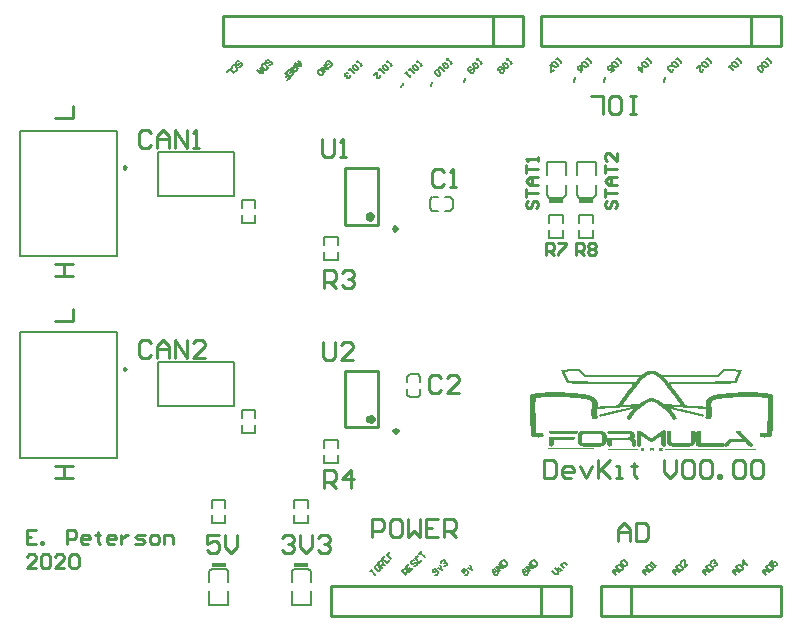
<source format=gto>
G04*
G04 #@! TF.GenerationSoftware,Altium Limited,Altium Designer,20.2.6 (244)*
G04*
G04 Layer_Color=65535*
%FSLAX25Y25*%
%MOIN*%
G70*
G04*
G04 #@! TF.SameCoordinates,3ADD8469-B8FD-440E-8261-352D89208680*
G04*
G04*
G04 #@! TF.FilePolarity,Positive*
G04*
G01*
G75*
%ADD10C,0.00984*%
%ADD11C,0.00787*%
%ADD12C,0.01575*%
%ADD13C,0.01181*%
%ADD14C,0.01000*%
%ADD15C,0.00500*%
%ADD16R,0.04724X0.01181*%
G36*
X238029Y87453D02*
X238841D01*
Y87372D01*
X240059D01*
Y87291D01*
X241358D01*
Y87209D01*
X241683D01*
Y87128D01*
X241764D01*
Y87047D01*
X241845D01*
Y86966D01*
Y86884D01*
Y86803D01*
Y86722D01*
Y86641D01*
X241764D01*
Y86560D01*
Y86479D01*
Y86397D01*
X241683D01*
Y86316D01*
Y86235D01*
Y86154D01*
X241601D01*
Y86073D01*
Y85991D01*
X241520D01*
Y85910D01*
Y85829D01*
X241439D01*
Y85748D01*
Y85667D01*
X241358D01*
Y85585D01*
X241277D01*
Y85504D01*
Y85423D01*
X241196D01*
Y85342D01*
Y85261D01*
X241114D01*
Y85179D01*
Y85098D01*
X241033D01*
Y85017D01*
Y84936D01*
X240952D01*
Y84855D01*
Y84773D01*
X240871D01*
Y84692D01*
Y84611D01*
X240790D01*
Y84530D01*
Y84449D01*
X240708D01*
Y84368D01*
Y84286D01*
Y84205D01*
X240627D01*
Y84124D01*
Y84043D01*
X240546D01*
Y83961D01*
Y83880D01*
X240465D01*
Y83799D01*
Y83718D01*
Y83637D01*
X240384D01*
Y83556D01*
Y83474D01*
Y83393D01*
X240302D01*
Y83312D01*
Y83231D01*
X240221D01*
Y83150D01*
Y83068D01*
Y82987D01*
X240140D01*
Y82906D01*
Y82825D01*
X240059D01*
Y82744D01*
X239978D01*
Y82662D01*
X238354D01*
Y82581D01*
X234294D01*
Y82500D01*
X228935D01*
Y82419D01*
X223576D01*
Y82338D01*
X218218D01*
Y82256D01*
X218055D01*
Y82175D01*
X218136D01*
Y82094D01*
Y82013D01*
X218218D01*
Y81932D01*
X218299D01*
Y81850D01*
X218380D01*
Y81769D01*
X218461D01*
Y81688D01*
Y81607D01*
X218542D01*
Y81526D01*
X218624D01*
Y81445D01*
X218705D01*
Y81363D01*
Y81282D01*
X218786D01*
Y81201D01*
X218867D01*
Y81120D01*
X218948D01*
Y81038D01*
Y80957D01*
X219030D01*
Y80876D01*
X219111D01*
Y80795D01*
X219192D01*
Y80714D01*
Y80633D01*
X219273D01*
Y80551D01*
X219354D01*
Y80470D01*
X219436D01*
Y80389D01*
X219517D01*
Y80308D01*
Y80227D01*
X219598D01*
Y80145D01*
X219679D01*
Y80064D01*
X219760D01*
Y79983D01*
X219842D01*
Y79902D01*
Y79821D01*
X219923D01*
Y79739D01*
X220004D01*
Y79658D01*
X220085D01*
Y79577D01*
Y79496D01*
X220166D01*
Y79415D01*
X220248D01*
Y79333D01*
X220329D01*
Y79252D01*
Y79171D01*
X220410D01*
Y79090D01*
X220491D01*
Y79009D01*
X220572D01*
Y78927D01*
X220654D01*
Y78846D01*
Y78765D01*
X220735D01*
Y78684D01*
X220816D01*
Y78603D01*
X220897D01*
Y78522D01*
Y78440D01*
X220978D01*
Y78359D01*
X221059D01*
Y78278D01*
X221141D01*
Y78197D01*
Y78115D01*
X221222D01*
Y78034D01*
X221303D01*
Y77953D01*
X221384D01*
Y77872D01*
Y77791D01*
X221465D01*
Y77710D01*
X221547D01*
Y77628D01*
X221628D01*
Y77547D01*
Y77466D01*
X221709D01*
Y77385D01*
X221790D01*
Y77304D01*
Y77222D01*
X221871D01*
Y77141D01*
X221953D01*
Y77060D01*
Y76979D01*
X222034D01*
Y76898D01*
X222115D01*
Y76816D01*
X222196D01*
Y76735D01*
Y76654D01*
X222277D01*
Y76573D01*
Y76492D01*
X222358D01*
Y76410D01*
X222440D01*
Y76329D01*
Y76248D01*
X222521D01*
Y76167D01*
X222602D01*
Y76086D01*
Y76004D01*
X222683D01*
Y75923D01*
Y75842D01*
X222764D01*
Y75761D01*
X222846D01*
Y75680D01*
Y75599D01*
X222927D01*
Y75517D01*
Y75436D01*
Y75355D01*
X223658D01*
Y75274D01*
X225038D01*
Y75192D01*
X226418D01*
Y75111D01*
X227717D01*
Y75030D01*
X229016D01*
Y74949D01*
X229828D01*
Y75030D01*
Y75111D01*
Y75192D01*
Y75274D01*
Y75355D01*
Y75436D01*
Y75517D01*
Y75599D01*
Y75680D01*
Y75761D01*
Y75842D01*
Y75923D01*
Y76004D01*
Y76086D01*
Y76167D01*
Y76248D01*
Y76329D01*
Y76410D01*
X229910D01*
Y76492D01*
Y76573D01*
Y76654D01*
Y76735D01*
X229991D01*
Y76816D01*
Y76898D01*
X230072D01*
Y76979D01*
Y77060D01*
X230153D01*
Y77141D01*
Y77222D01*
X230234D01*
Y77304D01*
X230316D01*
Y77385D01*
X230397D01*
Y77466D01*
X230478D01*
Y77547D01*
Y77628D01*
X230559D01*
Y77710D01*
X230721D01*
Y77791D01*
X230803D01*
Y77872D01*
X230884D01*
Y77953D01*
X231046D01*
Y78034D01*
X231128D01*
Y78115D01*
X231290D01*
Y78197D01*
X231371D01*
Y78278D01*
X231534D01*
Y78359D01*
X231777D01*
Y78440D01*
X231939D01*
Y78522D01*
X232102D01*
Y78603D01*
X232345D01*
Y78684D01*
X232670D01*
Y78765D01*
X232995D01*
Y78846D01*
X233320D01*
Y78927D01*
X233645D01*
Y79009D01*
X234213D01*
Y79090D01*
X234944D01*
Y79171D01*
X235674D01*
Y79252D01*
X236486D01*
Y79333D01*
X237379D01*
Y79415D01*
X238110D01*
Y79496D01*
X239247D01*
Y79577D01*
X240627D01*
Y79658D01*
X243469D01*
Y79739D01*
X244606D01*
Y79658D01*
X247204D01*
Y79577D01*
X248422D01*
Y79496D01*
X249396D01*
Y79415D01*
X249964D01*
Y79333D01*
X250695D01*
Y79252D01*
X251264D01*
Y79171D01*
X251751D01*
Y79090D01*
X251913D01*
Y79009D01*
X251994D01*
Y78927D01*
X252076D01*
Y78846D01*
X252157D01*
Y78765D01*
X252238D01*
Y78684D01*
Y78603D01*
Y78522D01*
X252319D01*
Y78440D01*
Y78359D01*
Y78278D01*
Y78197D01*
Y78115D01*
Y78034D01*
Y77953D01*
Y77872D01*
Y77791D01*
Y77710D01*
Y77628D01*
Y77547D01*
Y77466D01*
Y77385D01*
Y77304D01*
Y77222D01*
Y77141D01*
Y77060D01*
Y76979D01*
Y76898D01*
Y76816D01*
Y76735D01*
Y76654D01*
Y76573D01*
Y76492D01*
X252400D01*
Y76410D01*
Y76329D01*
Y76248D01*
Y76167D01*
Y76086D01*
Y76004D01*
Y75923D01*
Y75842D01*
Y75761D01*
Y75680D01*
Y75599D01*
Y75517D01*
Y75436D01*
Y75355D01*
Y75274D01*
Y75192D01*
Y75111D01*
Y75030D01*
Y74949D01*
Y74868D01*
Y74787D01*
Y74705D01*
Y74624D01*
Y74543D01*
Y74462D01*
Y74381D01*
Y74299D01*
Y74218D01*
Y74137D01*
Y74056D01*
Y73975D01*
Y73893D01*
Y73812D01*
Y73731D01*
Y73650D01*
Y73569D01*
Y73488D01*
Y73406D01*
Y73325D01*
Y73244D01*
Y73163D01*
Y73081D01*
Y73000D01*
Y72919D01*
Y72838D01*
Y72757D01*
Y72676D01*
X252319D01*
Y72594D01*
Y72513D01*
Y72432D01*
Y72351D01*
Y72269D01*
Y72188D01*
Y72107D01*
Y72026D01*
Y71945D01*
Y71864D01*
Y71782D01*
Y71701D01*
Y71620D01*
Y71539D01*
Y71458D01*
Y71376D01*
Y71295D01*
Y71214D01*
Y71133D01*
Y71052D01*
Y70970D01*
Y70889D01*
Y70808D01*
Y70727D01*
Y70646D01*
Y70565D01*
Y70483D01*
Y70402D01*
Y70321D01*
Y70240D01*
Y70158D01*
Y70077D01*
X252238D01*
Y69996D01*
Y69915D01*
Y69834D01*
Y69753D01*
Y69671D01*
Y69590D01*
Y69509D01*
Y69428D01*
Y69347D01*
Y69265D01*
Y69184D01*
Y69103D01*
Y69022D01*
Y68941D01*
Y68859D01*
Y68778D01*
Y68697D01*
Y68616D01*
Y68535D01*
Y68453D01*
Y68372D01*
X252157D01*
Y68291D01*
Y68210D01*
Y68129D01*
Y68047D01*
Y67966D01*
Y67885D01*
Y67804D01*
Y67723D01*
Y67642D01*
Y67560D01*
Y67479D01*
Y67398D01*
Y67317D01*
Y67235D01*
Y67154D01*
Y67073D01*
Y66992D01*
Y66911D01*
Y66830D01*
X252076D01*
Y66748D01*
Y66667D01*
Y66586D01*
Y66505D01*
Y66424D01*
Y66342D01*
Y66261D01*
Y66180D01*
Y66099D01*
Y66018D01*
Y65936D01*
Y65855D01*
Y65774D01*
Y65693D01*
Y65612D01*
Y65530D01*
X251994D01*
Y65449D01*
Y65368D01*
Y65287D01*
X251913D01*
Y65206D01*
X251832D01*
Y65124D01*
X251751D01*
Y65043D01*
X251670D01*
Y64962D01*
X251426D01*
Y64881D01*
X251101D01*
Y64800D01*
X250614D01*
Y64719D01*
X249559D01*
Y64637D01*
X249315D01*
Y64719D01*
X248422D01*
Y64800D01*
X248178D01*
Y64881D01*
X248016D01*
Y64962D01*
X247935D01*
Y65043D01*
X247853D01*
Y65124D01*
Y65206D01*
Y65287D01*
X247772D01*
Y65368D01*
Y65449D01*
Y65530D01*
X247853D01*
Y65612D01*
Y65693D01*
X247935D01*
Y65774D01*
Y65855D01*
X248016D01*
Y65936D01*
X248097D01*
Y66018D01*
X248178D01*
Y66099D01*
X248341D01*
Y66180D01*
X250127D01*
Y66261D01*
X250208D01*
Y66342D01*
Y66424D01*
Y66505D01*
Y66586D01*
Y66667D01*
Y66748D01*
Y66830D01*
Y66911D01*
Y66992D01*
X250289D01*
Y67073D01*
Y67154D01*
Y67235D01*
Y67317D01*
Y67398D01*
Y67479D01*
Y67560D01*
Y67642D01*
Y67723D01*
Y67804D01*
Y67885D01*
Y67966D01*
Y68047D01*
Y68129D01*
Y68210D01*
Y68291D01*
Y68372D01*
Y68453D01*
X250371D01*
Y68535D01*
Y68616D01*
Y68697D01*
Y68778D01*
Y68859D01*
Y68941D01*
Y69022D01*
Y69103D01*
Y69184D01*
Y69265D01*
Y69347D01*
Y69428D01*
Y69509D01*
Y69590D01*
Y69671D01*
Y69753D01*
Y69834D01*
Y69915D01*
Y69996D01*
Y70077D01*
Y70158D01*
Y70240D01*
X250452D01*
Y70321D01*
Y70402D01*
Y70483D01*
Y70565D01*
Y70646D01*
Y70727D01*
Y70808D01*
Y70889D01*
Y70970D01*
Y71052D01*
Y71133D01*
Y71214D01*
Y71295D01*
Y71376D01*
Y71458D01*
Y71539D01*
Y71620D01*
Y71701D01*
Y71782D01*
Y71864D01*
Y71945D01*
Y72026D01*
Y72107D01*
Y72188D01*
Y72269D01*
Y72351D01*
Y72432D01*
Y72513D01*
Y72594D01*
Y72676D01*
Y72757D01*
Y72838D01*
Y72919D01*
X250533D01*
Y73000D01*
Y73081D01*
Y73163D01*
Y73244D01*
Y73325D01*
Y73406D01*
Y73488D01*
Y73569D01*
Y73650D01*
Y73731D01*
Y73812D01*
Y73893D01*
Y73975D01*
Y74056D01*
Y74137D01*
Y74218D01*
Y74299D01*
Y74381D01*
Y74462D01*
Y74543D01*
Y74624D01*
Y74705D01*
Y74787D01*
Y74868D01*
Y74949D01*
Y75030D01*
Y75111D01*
Y75192D01*
Y75274D01*
Y75355D01*
Y75436D01*
Y75517D01*
Y75599D01*
Y75680D01*
Y75761D01*
Y75842D01*
Y75923D01*
Y76004D01*
Y76086D01*
Y76167D01*
Y76248D01*
Y76329D01*
X250452D01*
Y76410D01*
Y76492D01*
Y76573D01*
Y76654D01*
Y76735D01*
Y76816D01*
Y76898D01*
Y76979D01*
Y77060D01*
Y77141D01*
Y77222D01*
Y77304D01*
Y77385D01*
Y77466D01*
Y77547D01*
Y77628D01*
Y77710D01*
Y77791D01*
X250208D01*
Y77872D01*
X249477D01*
Y77953D01*
X248665D01*
Y78034D01*
X247853D01*
Y78115D01*
X246311D01*
Y78197D01*
X241845D01*
Y78115D01*
X240059D01*
Y78034D01*
X239085D01*
Y77953D01*
X238029D01*
Y77872D01*
X237136D01*
Y77791D01*
X236243D01*
Y77710D01*
X235431D01*
Y77628D01*
X234700D01*
Y77547D01*
X234213D01*
Y77466D01*
X233726D01*
Y77385D01*
X233320D01*
Y77304D01*
X233076D01*
Y77222D01*
X232833D01*
Y77141D01*
X232670D01*
Y77060D01*
X232427D01*
Y76979D01*
X232264D01*
Y76898D01*
X232183D01*
Y76816D01*
X232021D01*
Y76735D01*
X231939D01*
Y76654D01*
Y76573D01*
X231858D01*
Y76492D01*
Y76410D01*
X231777D01*
Y76329D01*
Y76248D01*
Y76167D01*
X231696D01*
Y76086D01*
Y76004D01*
Y75923D01*
Y75842D01*
Y75761D01*
Y75680D01*
Y75599D01*
Y75517D01*
Y75436D01*
Y75355D01*
Y75274D01*
Y75192D01*
Y75111D01*
Y75030D01*
Y74949D01*
Y74868D01*
Y74787D01*
Y74705D01*
X231777D01*
Y74624D01*
Y74543D01*
Y74462D01*
Y74381D01*
Y74299D01*
Y74218D01*
Y74137D01*
Y74056D01*
Y73975D01*
X231858D01*
Y73893D01*
Y73812D01*
Y73731D01*
Y73650D01*
Y73569D01*
Y73488D01*
Y73406D01*
Y73325D01*
Y73244D01*
Y73163D01*
Y73081D01*
Y73000D01*
X231939D01*
Y72919D01*
Y72838D01*
Y72757D01*
Y72676D01*
Y72594D01*
Y72513D01*
Y72432D01*
X231858D01*
Y72351D01*
Y72269D01*
Y72188D01*
Y72107D01*
Y72026D01*
Y71945D01*
Y71864D01*
Y71782D01*
X231777D01*
Y71701D01*
Y71620D01*
Y71539D01*
Y71458D01*
X231696D01*
Y71376D01*
Y71295D01*
Y71214D01*
Y71133D01*
X231615D01*
Y71052D01*
Y70970D01*
X231534D01*
Y70889D01*
X231452D01*
Y70808D01*
X231371D01*
Y70727D01*
X231209D01*
Y70646D01*
X230316D01*
Y70727D01*
X230153D01*
Y70808D01*
X230072D01*
Y70889D01*
X229910D01*
Y70970D01*
Y71052D01*
X229828D01*
Y71133D01*
Y71214D01*
X229747D01*
Y71295D01*
Y71376D01*
X229828D01*
Y71458D01*
Y71539D01*
Y71620D01*
Y71701D01*
X229910D01*
Y71782D01*
Y71864D01*
Y71945D01*
Y72026D01*
X229991D01*
Y72107D01*
Y72188D01*
Y72269D01*
Y72351D01*
Y72432D01*
Y72513D01*
Y72594D01*
Y72676D01*
Y72757D01*
X230072D01*
Y72838D01*
Y72919D01*
Y73000D01*
X229991D01*
Y73081D01*
Y73163D01*
Y73244D01*
Y73325D01*
Y73406D01*
Y73488D01*
Y73569D01*
Y73650D01*
Y73731D01*
Y73812D01*
Y73893D01*
X229910D01*
Y73975D01*
Y74056D01*
Y74137D01*
Y74218D01*
X228692D01*
Y74299D01*
X227393D01*
Y74381D01*
X226418D01*
Y74462D01*
X225038D01*
Y74543D01*
X223739D01*
Y74624D01*
X222358D01*
Y74705D01*
X221059D01*
Y74787D01*
X219760D01*
Y74868D01*
X218705D01*
Y74949D01*
X218055D01*
Y74868D01*
X218380D01*
Y74787D01*
X218705D01*
Y74705D01*
X219111D01*
Y74624D01*
X219436D01*
Y74543D01*
X219842D01*
Y74462D01*
X220166D01*
Y74381D01*
X220410D01*
Y74299D01*
X220816D01*
Y74218D01*
X221141D01*
Y74137D01*
X221547D01*
Y74056D01*
X221871D01*
Y73975D01*
X222115D01*
Y73893D01*
X222521D01*
Y73812D01*
X222846D01*
Y73731D01*
X223252D01*
Y73650D01*
X223576D01*
Y73569D01*
X223901D01*
Y73488D01*
X224226D01*
Y73406D01*
X224551D01*
Y73325D01*
X224957D01*
Y73244D01*
X225282D01*
Y73163D01*
X225688D01*
Y73081D01*
X225931D01*
Y73000D01*
X226256D01*
Y72919D01*
X226662D01*
Y72838D01*
X226987D01*
Y72757D01*
X227393D01*
Y72676D01*
X227717D01*
Y72594D01*
X227961D01*
Y72513D01*
X228367D01*
Y72432D01*
X228692D01*
Y72351D01*
X229016D01*
Y72269D01*
X229098D01*
Y72188D01*
X229179D01*
Y72107D01*
Y72026D01*
Y71945D01*
Y71864D01*
Y71782D01*
X229098D01*
Y71701D01*
X229016D01*
Y71620D01*
X228529D01*
Y71701D01*
X228204D01*
Y71782D01*
X227880D01*
Y71864D01*
X227555D01*
Y71945D01*
X227149D01*
Y72026D01*
X226824D01*
Y72107D01*
X226418D01*
Y72188D01*
X226175D01*
Y72269D01*
X225769D01*
Y72351D01*
X225444D01*
Y72432D01*
X225119D01*
Y72513D01*
X224713D01*
Y72594D01*
X224470D01*
Y72676D01*
X224064D01*
Y72757D01*
X223739D01*
Y72838D01*
X223333D01*
Y72919D01*
X223008D01*
Y73000D01*
X222602D01*
Y73081D01*
X222358D01*
Y73163D01*
X222034D01*
Y73244D01*
X221628D01*
Y73325D01*
X221303D01*
Y73406D01*
X220978D01*
Y73488D01*
X220654D01*
Y73569D01*
X220329D01*
Y73650D01*
X219923D01*
Y73731D01*
X219598D01*
Y73812D01*
X219273D01*
Y73893D01*
X218867D01*
Y73975D01*
X218624D01*
Y74056D01*
X218299D01*
Y74137D01*
X217974D01*
Y74056D01*
X218055D01*
Y73975D01*
X218136D01*
Y73893D01*
X218218D01*
Y73812D01*
X218299D01*
Y73731D01*
X218380D01*
Y73650D01*
X218461D01*
Y73569D01*
X218542D01*
Y73488D01*
Y73406D01*
X218624D01*
Y73325D01*
X218705D01*
Y73244D01*
X218786D01*
Y73163D01*
X218867D01*
Y73081D01*
Y73000D01*
X218948D01*
Y72919D01*
X219030D01*
Y72838D01*
X219111D01*
Y72757D01*
Y72676D01*
X219192D01*
Y72594D01*
X219273D01*
Y72513D01*
Y72432D01*
X219354D01*
Y72351D01*
X219436D01*
Y72269D01*
X219517D01*
Y72188D01*
Y72107D01*
X219598D01*
Y72026D01*
X219679D01*
Y71945D01*
Y71864D01*
X219760D01*
Y71782D01*
X219842D01*
Y71701D01*
Y71620D01*
X219923D01*
Y71539D01*
Y71458D01*
X220004D01*
Y71376D01*
X220085D01*
Y71295D01*
Y71214D01*
Y71133D01*
X220166D01*
Y71052D01*
Y70970D01*
X220085D01*
Y70889D01*
Y70808D01*
X220004D01*
Y70727D01*
X219923D01*
Y70646D01*
X219760D01*
Y70565D01*
X219517D01*
Y70483D01*
X219273D01*
Y70565D01*
X219030D01*
Y70646D01*
X218948D01*
Y70727D01*
X218867D01*
Y70808D01*
X218786D01*
Y70889D01*
Y70970D01*
X218705D01*
Y71052D01*
X218624D01*
Y71133D01*
Y71214D01*
X218542D01*
Y71295D01*
X218461D01*
Y71376D01*
Y71458D01*
X218380D01*
Y71539D01*
X218299D01*
Y71620D01*
Y71701D01*
X218218D01*
Y71782D01*
X218136D01*
Y71864D01*
X218055D01*
Y71945D01*
Y72026D01*
X217974D01*
Y72107D01*
X217893D01*
Y72188D01*
X217812D01*
Y72269D01*
Y72351D01*
X217730D01*
Y72432D01*
X217649D01*
Y72513D01*
X217568D01*
Y72594D01*
Y72676D01*
X217487D01*
Y72757D01*
X217406D01*
Y72838D01*
X217324D01*
Y72919D01*
X217243D01*
Y73000D01*
X217162D01*
Y73081D01*
Y73163D01*
X217081D01*
Y73244D01*
X217000D01*
Y73325D01*
X216918D01*
Y73406D01*
X216837D01*
Y73488D01*
X216756D01*
Y73569D01*
X216675D01*
Y73650D01*
X216594D01*
Y73731D01*
X216431D01*
Y73812D01*
X216350D01*
Y73893D01*
X216269D01*
Y73975D01*
X216188D01*
Y74056D01*
X216107D01*
Y74137D01*
X215944D01*
Y74218D01*
X215863D01*
Y74299D01*
X215701D01*
Y74381D01*
X215619D01*
Y74462D01*
X215538D01*
Y74543D01*
X215457D01*
Y74624D01*
X215295D01*
Y74705D01*
X215213D01*
Y74787D01*
X215051D01*
Y74868D01*
X214970D01*
Y74949D01*
X214889D01*
Y75030D01*
X214808D01*
Y75111D01*
X214645D01*
Y75192D01*
X214564D01*
Y75274D01*
X214402D01*
Y75355D01*
X214320D01*
Y75436D01*
X214239D01*
Y75517D01*
X214077D01*
Y75599D01*
X213996D01*
Y75680D01*
X213833D01*
Y75761D01*
X213752D01*
Y75842D01*
X213590D01*
Y75923D01*
X213508D01*
Y76004D01*
X213346D01*
Y76086D01*
X213184D01*
Y76167D01*
X213021D01*
Y76248D01*
X212859D01*
Y76329D01*
X212696D01*
Y76410D01*
X212453D01*
Y76492D01*
X212209D01*
Y76573D01*
X211966D01*
Y76654D01*
X211641D01*
Y76573D01*
X211397D01*
Y76492D01*
X211154D01*
Y76410D01*
X210910D01*
Y76329D01*
X210748D01*
Y76248D01*
X210585D01*
Y76167D01*
X210423D01*
Y76086D01*
X210261D01*
Y76004D01*
X210098D01*
Y75923D01*
X210017D01*
Y75842D01*
X209855D01*
Y75761D01*
X209773D01*
Y75680D01*
X209611D01*
Y75599D01*
X209530D01*
Y75517D01*
X209367D01*
Y75436D01*
X209286D01*
Y75355D01*
X209205D01*
Y75274D01*
X209043D01*
Y75192D01*
X208962D01*
Y75111D01*
X208799D01*
Y75030D01*
X208718D01*
Y74949D01*
X208637D01*
Y74868D01*
X208556D01*
Y74787D01*
X208393D01*
Y74705D01*
X208312D01*
Y74624D01*
X208150D01*
Y74543D01*
X208068D01*
Y74462D01*
X207987D01*
Y74381D01*
X207906D01*
Y74299D01*
X207744D01*
Y74218D01*
X207662D01*
Y74137D01*
X207500D01*
Y74056D01*
X207419D01*
Y73975D01*
X207338D01*
Y73893D01*
X207256D01*
Y73812D01*
X207175D01*
Y73731D01*
X207013D01*
Y73650D01*
X206932D01*
Y73569D01*
X206851D01*
Y73488D01*
X206769D01*
Y73406D01*
X206688D01*
Y73325D01*
X206607D01*
Y73244D01*
X206526D01*
Y73163D01*
X206445D01*
Y73081D01*
Y73000D01*
X206363D01*
Y72919D01*
X206282D01*
Y72838D01*
X206201D01*
Y72757D01*
X206120D01*
Y72676D01*
X206038D01*
Y72594D01*
Y72513D01*
X205957D01*
Y72432D01*
X205876D01*
Y72351D01*
X205795D01*
Y72269D01*
Y72188D01*
X205714D01*
Y72107D01*
X205632D01*
Y72026D01*
X205551D01*
Y71945D01*
X205470D01*
Y71864D01*
Y71782D01*
X205389D01*
Y71701D01*
X205308D01*
Y71620D01*
Y71539D01*
X205227D01*
Y71458D01*
X205145D01*
Y71376D01*
Y71295D01*
X205064D01*
Y71214D01*
X204983D01*
Y71133D01*
Y71052D01*
X204902D01*
Y70970D01*
X204821D01*
Y70889D01*
Y70808D01*
X204739D01*
Y70727D01*
X204658D01*
Y70646D01*
X204577D01*
Y70565D01*
X204333D01*
Y70483D01*
X204090D01*
Y70565D01*
X203846D01*
Y70646D01*
X203684D01*
Y70727D01*
X203603D01*
Y70808D01*
X203521D01*
Y70889D01*
Y70970D01*
X203440D01*
Y71052D01*
Y71133D01*
X203521D01*
Y71214D01*
Y71295D01*
Y71376D01*
X203603D01*
Y71458D01*
X203684D01*
Y71539D01*
Y71620D01*
X203765D01*
Y71701D01*
Y71782D01*
X203846D01*
Y71864D01*
X203927D01*
Y71945D01*
Y72026D01*
X204009D01*
Y72107D01*
X204090D01*
Y72188D01*
Y72269D01*
X204171D01*
Y72351D01*
X204252D01*
Y72432D01*
X204333D01*
Y72513D01*
Y72594D01*
X204415D01*
Y72676D01*
X204496D01*
Y72757D01*
Y72838D01*
X204577D01*
Y72919D01*
X204658D01*
Y73000D01*
X204739D01*
Y73081D01*
Y73163D01*
X204821D01*
Y73244D01*
X204902D01*
Y73325D01*
X204983D01*
Y73406D01*
X205064D01*
Y73488D01*
Y73569D01*
X205145D01*
Y73650D01*
X205227D01*
Y73731D01*
X205308D01*
Y73812D01*
X205389D01*
Y73893D01*
X205470D01*
Y73975D01*
X205551D01*
Y74056D01*
X205632D01*
Y74137D01*
X205308D01*
Y74056D01*
X204983D01*
Y73975D01*
X204739D01*
Y73893D01*
X204333D01*
Y73812D01*
X204009D01*
Y73731D01*
X203684D01*
Y73650D01*
X203278D01*
Y73569D01*
X202953D01*
Y73488D01*
X202628D01*
Y73406D01*
X202304D01*
Y73325D01*
X201979D01*
Y73244D01*
X201573D01*
Y73163D01*
X201248D01*
Y73081D01*
X201005D01*
Y73000D01*
X200599D01*
Y72919D01*
X200274D01*
Y72838D01*
X199868D01*
Y72757D01*
X199543D01*
Y72676D01*
X199137D01*
Y72594D01*
X198893D01*
Y72513D01*
X198487D01*
Y72432D01*
X198163D01*
Y72351D01*
X197838D01*
Y72269D01*
X197432D01*
Y72188D01*
X197188D01*
Y72107D01*
X196782D01*
Y72026D01*
X196458D01*
Y71945D01*
X196052D01*
Y71864D01*
X195727D01*
Y71782D01*
X195402D01*
Y71701D01*
X195077D01*
Y71620D01*
X194590D01*
Y71701D01*
X194509D01*
Y71782D01*
X194428D01*
Y71864D01*
Y71945D01*
Y72026D01*
Y72107D01*
Y72188D01*
X194509D01*
Y72269D01*
X194590D01*
Y72351D01*
X194915D01*
Y72432D01*
X195240D01*
Y72513D01*
X195646D01*
Y72594D01*
X195889D01*
Y72676D01*
X196214D01*
Y72757D01*
X196620D01*
Y72838D01*
X196945D01*
Y72919D01*
X197351D01*
Y73000D01*
X197676D01*
Y73081D01*
X197919D01*
Y73163D01*
X198325D01*
Y73244D01*
X198650D01*
Y73325D01*
X199056D01*
Y73406D01*
X199381D01*
Y73488D01*
X199705D01*
Y73569D01*
X200030D01*
Y73650D01*
X200355D01*
Y73731D01*
X200761D01*
Y73812D01*
X201086D01*
Y73893D01*
X201492D01*
Y73975D01*
X201735D01*
Y74056D01*
X202060D01*
Y74137D01*
X202466D01*
Y74218D01*
X202791D01*
Y74299D01*
X203197D01*
Y74381D01*
X203440D01*
Y74462D01*
X203765D01*
Y74543D01*
X204171D01*
Y74624D01*
X204496D01*
Y74705D01*
X204902D01*
Y74787D01*
X205227D01*
Y74868D01*
X205551D01*
Y74949D01*
X204902D01*
Y74868D01*
X203846D01*
Y74787D01*
X202547D01*
Y74705D01*
X201248D01*
Y74624D01*
X199868D01*
Y74543D01*
X198569D01*
Y74462D01*
X197188D01*
Y74381D01*
X196214D01*
Y74299D01*
X194915D01*
Y74218D01*
X193697D01*
Y74137D01*
Y74056D01*
Y73975D01*
Y73893D01*
X193616D01*
Y73812D01*
Y73731D01*
Y73650D01*
Y73569D01*
Y73488D01*
Y73406D01*
Y73325D01*
Y73244D01*
Y73163D01*
Y73081D01*
Y73000D01*
X193535D01*
Y72919D01*
Y72838D01*
Y72757D01*
X193616D01*
Y72676D01*
Y72594D01*
Y72513D01*
Y72432D01*
Y72351D01*
Y72269D01*
Y72188D01*
Y72107D01*
Y72026D01*
X193697D01*
Y71945D01*
Y71864D01*
Y71782D01*
Y71701D01*
X193778D01*
Y71620D01*
Y71539D01*
Y71458D01*
Y71376D01*
X193859D01*
Y71295D01*
Y71214D01*
X193778D01*
Y71133D01*
Y71052D01*
X193697D01*
Y70970D01*
Y70889D01*
X193535D01*
Y70808D01*
X193453D01*
Y70727D01*
X193291D01*
Y70646D01*
X192398D01*
Y70727D01*
X192236D01*
Y70808D01*
X192154D01*
Y70889D01*
X192073D01*
Y70970D01*
X191992D01*
Y71052D01*
Y71133D01*
X191911D01*
Y71214D01*
Y71295D01*
Y71376D01*
Y71458D01*
X191830D01*
Y71539D01*
Y71620D01*
Y71701D01*
Y71782D01*
X191748D01*
Y71864D01*
Y71945D01*
Y72026D01*
Y72107D01*
Y72188D01*
Y72269D01*
Y72351D01*
Y72432D01*
X191667D01*
Y72513D01*
Y72594D01*
Y72676D01*
Y72757D01*
Y72838D01*
Y72919D01*
Y73000D01*
X191748D01*
Y73081D01*
Y73163D01*
Y73244D01*
Y73325D01*
Y73406D01*
Y73488D01*
Y73569D01*
Y73650D01*
Y73731D01*
Y73812D01*
Y73893D01*
Y73975D01*
X191830D01*
Y74056D01*
Y74137D01*
Y74218D01*
Y74299D01*
Y74381D01*
Y74462D01*
Y74543D01*
Y74624D01*
Y74705D01*
X191911D01*
Y74787D01*
Y74868D01*
Y74949D01*
Y75030D01*
Y75111D01*
Y75192D01*
Y75274D01*
Y75355D01*
Y75436D01*
Y75517D01*
Y75599D01*
Y75680D01*
Y75761D01*
Y75842D01*
Y75923D01*
Y76004D01*
Y76086D01*
Y76167D01*
X191830D01*
Y76248D01*
Y76329D01*
Y76410D01*
X191748D01*
Y76492D01*
Y76573D01*
X191667D01*
Y76654D01*
Y76735D01*
X191586D01*
Y76816D01*
X191424D01*
Y76898D01*
X191342D01*
Y76979D01*
X191180D01*
Y77060D01*
X190936D01*
Y77141D01*
X190774D01*
Y77222D01*
X190530D01*
Y77304D01*
X190287D01*
Y77385D01*
X189881D01*
Y77466D01*
X189394D01*
Y77547D01*
X188907D01*
Y77628D01*
X188176D01*
Y77710D01*
X187364D01*
Y77791D01*
X186471D01*
Y77872D01*
X185578D01*
Y77953D01*
X184522D01*
Y78034D01*
X183548D01*
Y78115D01*
X181761D01*
Y78197D01*
X177296D01*
Y78115D01*
X175753D01*
Y78034D01*
X174941D01*
Y77953D01*
X174129D01*
Y77872D01*
X173398D01*
Y77791D01*
X173155D01*
Y77710D01*
Y77628D01*
Y77547D01*
Y77466D01*
Y77385D01*
Y77304D01*
Y77222D01*
Y77141D01*
Y77060D01*
Y76979D01*
Y76898D01*
Y76816D01*
Y76735D01*
Y76654D01*
Y76573D01*
Y76492D01*
Y76410D01*
Y76329D01*
X173074D01*
Y76248D01*
Y76167D01*
Y76086D01*
Y76004D01*
Y75923D01*
Y75842D01*
Y75761D01*
Y75680D01*
Y75599D01*
Y75517D01*
Y75436D01*
Y75355D01*
Y75274D01*
Y75192D01*
Y75111D01*
Y75030D01*
Y74949D01*
Y74868D01*
Y74787D01*
Y74705D01*
Y74624D01*
Y74543D01*
Y74462D01*
Y74381D01*
Y74299D01*
Y74218D01*
Y74137D01*
Y74056D01*
Y73975D01*
Y73893D01*
Y73812D01*
Y73731D01*
Y73650D01*
Y73569D01*
Y73488D01*
Y73406D01*
Y73325D01*
Y73244D01*
Y73163D01*
Y73081D01*
Y73000D01*
Y72919D01*
X173155D01*
Y72838D01*
Y72757D01*
Y72676D01*
Y72594D01*
Y72513D01*
Y72432D01*
Y72351D01*
Y72269D01*
Y72188D01*
Y72107D01*
Y72026D01*
Y71945D01*
Y71864D01*
Y71782D01*
Y71701D01*
Y71620D01*
Y71539D01*
Y71458D01*
Y71376D01*
Y71295D01*
Y71214D01*
Y71133D01*
Y71052D01*
Y70970D01*
Y70889D01*
Y70808D01*
Y70727D01*
Y70646D01*
Y70565D01*
Y70483D01*
Y70402D01*
Y70321D01*
Y70240D01*
X173236D01*
Y70158D01*
Y70077D01*
Y69996D01*
Y69915D01*
Y69834D01*
Y69753D01*
Y69671D01*
Y69590D01*
Y69509D01*
Y69428D01*
Y69347D01*
Y69265D01*
Y69184D01*
Y69103D01*
Y69022D01*
Y68941D01*
Y68859D01*
Y68778D01*
Y68697D01*
Y68616D01*
Y68535D01*
Y68453D01*
X173317D01*
Y68372D01*
Y68291D01*
Y68210D01*
Y68129D01*
Y68047D01*
Y67966D01*
Y67885D01*
Y67804D01*
Y67723D01*
Y67642D01*
Y67560D01*
Y67479D01*
Y67398D01*
Y67317D01*
Y67235D01*
Y67154D01*
Y67073D01*
Y66992D01*
X173398D01*
Y66911D01*
Y66830D01*
Y66748D01*
Y66667D01*
Y66586D01*
Y66505D01*
Y66424D01*
Y66342D01*
Y66261D01*
X173480D01*
Y66180D01*
X175266D01*
Y66099D01*
X175428D01*
Y66018D01*
X175510D01*
Y65936D01*
X175591D01*
Y65855D01*
X175672D01*
Y65774D01*
Y65693D01*
X175753D01*
Y65612D01*
Y65530D01*
X175834D01*
Y65449D01*
Y65368D01*
Y65287D01*
X175753D01*
Y65206D01*
Y65124D01*
Y65043D01*
X175672D01*
Y64962D01*
X175591D01*
Y64881D01*
X175428D01*
Y64800D01*
X175185D01*
Y64719D01*
X174292D01*
Y64637D01*
X174048D01*
Y64719D01*
X172993D01*
Y64800D01*
X172505D01*
Y64881D01*
X172180D01*
Y64962D01*
X171937D01*
Y65043D01*
X171856D01*
Y65124D01*
X171775D01*
Y65206D01*
X171693D01*
Y65287D01*
X171612D01*
Y65368D01*
Y65449D01*
Y65530D01*
X171531D01*
Y65612D01*
Y65693D01*
Y65774D01*
Y65855D01*
Y65936D01*
Y66018D01*
Y66099D01*
Y66180D01*
Y66261D01*
Y66342D01*
Y66424D01*
Y66505D01*
Y66586D01*
Y66667D01*
Y66748D01*
Y66830D01*
X171450D01*
Y66911D01*
Y66992D01*
Y67073D01*
Y67154D01*
Y67235D01*
Y67317D01*
Y67398D01*
Y67479D01*
Y67560D01*
Y67642D01*
Y67723D01*
Y67804D01*
Y67885D01*
Y67966D01*
Y68047D01*
Y68129D01*
Y68210D01*
Y68291D01*
Y68372D01*
X171369D01*
Y68453D01*
Y68535D01*
Y68616D01*
Y68697D01*
Y68778D01*
Y68859D01*
Y68941D01*
Y69022D01*
Y69103D01*
Y69184D01*
Y69265D01*
Y69347D01*
Y69428D01*
Y69509D01*
Y69590D01*
Y69671D01*
Y69753D01*
Y69834D01*
Y69915D01*
Y69996D01*
Y70077D01*
Y70158D01*
Y70240D01*
Y70321D01*
Y70402D01*
Y70483D01*
Y70565D01*
Y70646D01*
Y70727D01*
Y70808D01*
Y70889D01*
Y70970D01*
Y71052D01*
Y71133D01*
Y71214D01*
Y71295D01*
Y71376D01*
Y71458D01*
Y71539D01*
Y71620D01*
Y71701D01*
Y71782D01*
Y71864D01*
Y71945D01*
Y72026D01*
Y72107D01*
Y72188D01*
Y72269D01*
Y72351D01*
Y72432D01*
Y72513D01*
Y72594D01*
Y72676D01*
Y72757D01*
Y72838D01*
Y72919D01*
Y73000D01*
Y73081D01*
Y73163D01*
Y73244D01*
Y73325D01*
Y73406D01*
Y73488D01*
Y73569D01*
Y73650D01*
Y73731D01*
Y73812D01*
Y73893D01*
Y73975D01*
Y74056D01*
Y74137D01*
Y74218D01*
Y74299D01*
Y74381D01*
Y74462D01*
Y74543D01*
Y74624D01*
Y74705D01*
Y74787D01*
Y74868D01*
Y74949D01*
Y75030D01*
Y75111D01*
Y75192D01*
Y75274D01*
Y75355D01*
Y75436D01*
Y75517D01*
Y75599D01*
Y75680D01*
Y75761D01*
Y75842D01*
Y75923D01*
Y76004D01*
Y76086D01*
Y76167D01*
Y76248D01*
Y76329D01*
Y76410D01*
Y76492D01*
Y76573D01*
Y76654D01*
Y76735D01*
Y76816D01*
Y76898D01*
Y76979D01*
Y77060D01*
Y77141D01*
Y77222D01*
Y77304D01*
Y77385D01*
Y77466D01*
Y77547D01*
Y77628D01*
Y77710D01*
Y77791D01*
Y77872D01*
Y77953D01*
Y78034D01*
Y78115D01*
Y78197D01*
Y78278D01*
Y78359D01*
Y78440D01*
Y78522D01*
Y78603D01*
Y78684D01*
Y78765D01*
X171450D01*
Y78846D01*
X171531D01*
Y78927D01*
X171612D01*
Y79009D01*
X171693D01*
Y79090D01*
X171856D01*
Y79171D01*
X172343D01*
Y79252D01*
X172911D01*
Y79333D01*
X173642D01*
Y79415D01*
X174210D01*
Y79496D01*
X175185D01*
Y79577D01*
X176403D01*
Y79658D01*
X179001D01*
Y79739D01*
X180138D01*
Y79658D01*
X182979D01*
Y79577D01*
X184360D01*
Y79496D01*
X185496D01*
Y79415D01*
X186227D01*
Y79333D01*
X187120D01*
Y79252D01*
X187932D01*
Y79171D01*
X188663D01*
Y79090D01*
X189394D01*
Y79009D01*
X189962D01*
Y78927D01*
X190287D01*
Y78846D01*
X190612D01*
Y78765D01*
X190936D01*
Y78684D01*
X191261D01*
Y78603D01*
X191505D01*
Y78522D01*
X191667D01*
Y78440D01*
X191830D01*
Y78359D01*
X192073D01*
Y78278D01*
X192236D01*
Y78197D01*
X192317D01*
Y78115D01*
X192479D01*
Y78034D01*
X192560D01*
Y77953D01*
X192723D01*
Y77872D01*
X192804D01*
Y77791D01*
X192885D01*
Y77710D01*
X192966D01*
Y77628D01*
X193047D01*
Y77547D01*
X193129D01*
Y77466D01*
X193210D01*
Y77385D01*
X193291D01*
Y77304D01*
X193372D01*
Y77222D01*
X193453D01*
Y77141D01*
Y77060D01*
X193535D01*
Y76979D01*
Y76898D01*
X193616D01*
Y76816D01*
Y76735D01*
X193697D01*
Y76654D01*
Y76573D01*
Y76492D01*
Y76410D01*
X193778D01*
Y76329D01*
Y76248D01*
Y76167D01*
Y76086D01*
Y76004D01*
Y75923D01*
Y75842D01*
Y75761D01*
Y75680D01*
Y75599D01*
Y75517D01*
Y75436D01*
Y75355D01*
Y75274D01*
Y75192D01*
Y75111D01*
Y75030D01*
Y74949D01*
X194590D01*
Y75030D01*
X195889D01*
Y75111D01*
X197188D01*
Y75192D01*
X198569D01*
Y75274D01*
X199949D01*
Y75355D01*
X200680D01*
Y75436D01*
Y75517D01*
Y75599D01*
X200761D01*
Y75680D01*
Y75761D01*
X200842D01*
Y75842D01*
X200923D01*
Y75923D01*
Y76004D01*
X201005D01*
Y76086D01*
Y76167D01*
X201086D01*
Y76248D01*
X201167D01*
Y76329D01*
Y76410D01*
X201248D01*
Y76492D01*
X201329D01*
Y76573D01*
Y76654D01*
X201410D01*
Y76735D01*
Y76816D01*
X201492D01*
Y76898D01*
X201573D01*
Y76979D01*
X201654D01*
Y77060D01*
Y77141D01*
X201735D01*
Y77222D01*
X201816D01*
Y77304D01*
Y77385D01*
X201898D01*
Y77466D01*
X201979D01*
Y77547D01*
Y77628D01*
X202060D01*
Y77710D01*
X202141D01*
Y77791D01*
X202222D01*
Y77872D01*
Y77953D01*
X202304D01*
Y78034D01*
X202385D01*
Y78115D01*
X202466D01*
Y78197D01*
Y78278D01*
X202547D01*
Y78359D01*
X202628D01*
Y78440D01*
X202710D01*
Y78522D01*
Y78603D01*
X202791D01*
Y78684D01*
X202872D01*
Y78765D01*
X202953D01*
Y78846D01*
Y78927D01*
X203034D01*
Y79009D01*
X203116D01*
Y79090D01*
X203197D01*
Y79171D01*
X203278D01*
Y79252D01*
Y79333D01*
X203359D01*
Y79415D01*
X203440D01*
Y79496D01*
X203521D01*
Y79577D01*
Y79658D01*
X203603D01*
Y79739D01*
X203684D01*
Y79821D01*
X203765D01*
Y79902D01*
Y79983D01*
X203846D01*
Y80064D01*
X203927D01*
Y80145D01*
X204009D01*
Y80227D01*
X204090D01*
Y80308D01*
Y80389D01*
X204171D01*
Y80470D01*
X204252D01*
Y80551D01*
X204333D01*
Y80633D01*
X204415D01*
Y80714D01*
Y80795D01*
X204496D01*
Y80876D01*
X204577D01*
Y80957D01*
X204658D01*
Y81038D01*
Y81120D01*
X204739D01*
Y81201D01*
X204821D01*
Y81282D01*
X204902D01*
Y81363D01*
Y81445D01*
X204983D01*
Y81526D01*
X205064D01*
Y81607D01*
X205145D01*
Y81688D01*
Y81769D01*
X205227D01*
Y81850D01*
X205308D01*
Y81932D01*
X205389D01*
Y82013D01*
X205470D01*
Y82094D01*
Y82175D01*
X205551D01*
Y82256D01*
X205389D01*
Y82338D01*
X200030D01*
Y82419D01*
X194671D01*
Y82500D01*
X189313D01*
Y82581D01*
X185253D01*
Y82662D01*
X183629D01*
Y82744D01*
X183548D01*
Y82825D01*
X183466D01*
Y82906D01*
Y82987D01*
X183385D01*
Y83068D01*
Y83150D01*
Y83231D01*
X183304D01*
Y83312D01*
Y83393D01*
X183223D01*
Y83474D01*
Y83556D01*
Y83637D01*
X183142D01*
Y83718D01*
Y83799D01*
Y83880D01*
X183061D01*
Y83961D01*
Y84043D01*
X182979D01*
Y84124D01*
Y84205D01*
X182898D01*
Y84286D01*
Y84368D01*
Y84449D01*
X182817D01*
Y84530D01*
Y84611D01*
X182736D01*
Y84692D01*
Y84773D01*
X182655D01*
Y84855D01*
Y84936D01*
X182573D01*
Y85017D01*
Y85098D01*
X182492D01*
Y85179D01*
Y85261D01*
X182411D01*
Y85342D01*
Y85423D01*
X182330D01*
Y85504D01*
Y85585D01*
X182249D01*
Y85667D01*
X182167D01*
Y85748D01*
Y85829D01*
X182086D01*
Y85910D01*
Y85991D01*
X182005D01*
Y86073D01*
Y86154D01*
X181924D01*
Y86235D01*
Y86316D01*
Y86397D01*
X181843D01*
Y86479D01*
Y86560D01*
Y86641D01*
X181761D01*
Y86722D01*
Y86803D01*
Y86884D01*
Y86966D01*
Y87047D01*
X181843D01*
Y87128D01*
X181924D01*
Y87209D01*
X182249D01*
Y87291D01*
X183548D01*
Y87372D01*
X184766D01*
Y87453D01*
X185578D01*
Y87534D01*
X187283D01*
Y87453D01*
X187607D01*
Y87372D01*
X187851D01*
Y87291D01*
X188013D01*
Y87209D01*
X188095D01*
Y87128D01*
X188176D01*
Y87047D01*
X188257D01*
Y86966D01*
X188419D01*
Y86884D01*
X188501D01*
Y86803D01*
X188582D01*
Y86722D01*
X188663D01*
Y86641D01*
Y86560D01*
X188744D01*
Y86479D01*
X188825D01*
Y86397D01*
X188907D01*
Y86316D01*
X188988D01*
Y86235D01*
X189069D01*
Y86154D01*
X189150D01*
Y86073D01*
X189231D01*
Y85991D01*
X189313D01*
Y85910D01*
X189394D01*
Y85829D01*
X189475D01*
Y85748D01*
X189556D01*
Y85667D01*
X189718D01*
Y85585D01*
X196133D01*
Y85504D01*
X208637D01*
Y85585D01*
X208718D01*
Y85667D01*
X208880D01*
Y85748D01*
X208962D01*
Y85829D01*
X209043D01*
Y85910D01*
X209205D01*
Y85991D01*
X209286D01*
Y86073D01*
X209449D01*
Y86154D01*
X209530D01*
Y86235D01*
X209692D01*
Y86316D01*
X209855D01*
Y86397D01*
X210017D01*
Y86479D01*
X210179D01*
Y86560D01*
X210423D01*
Y86641D01*
X210585D01*
Y86722D01*
X210829D01*
Y86803D01*
X211235D01*
Y86884D01*
X212372D01*
Y86803D01*
X212778D01*
Y86722D01*
X213021D01*
Y86641D01*
X213184D01*
Y86560D01*
X213427D01*
Y86479D01*
X213590D01*
Y86397D01*
X213752D01*
Y86316D01*
X213914D01*
Y86235D01*
X214077D01*
Y86154D01*
X214158D01*
Y86073D01*
X214320D01*
Y85991D01*
X214402D01*
Y85910D01*
X214564D01*
Y85829D01*
X214645D01*
Y85748D01*
X214726D01*
Y85667D01*
X214889D01*
Y85585D01*
X214970D01*
Y85504D01*
X227474D01*
Y85585D01*
X233888D01*
Y85667D01*
X234050D01*
Y85748D01*
X234132D01*
Y85829D01*
X234213D01*
Y85910D01*
X234294D01*
Y85991D01*
X234375D01*
Y86073D01*
X234456D01*
Y86154D01*
X234538D01*
Y86235D01*
X234619D01*
Y86316D01*
X234700D01*
Y86397D01*
X234781D01*
Y86479D01*
X234862D01*
Y86560D01*
X234944D01*
Y86641D01*
Y86722D01*
X235025D01*
Y86803D01*
X235106D01*
Y86884D01*
X235187D01*
Y86966D01*
X235350D01*
Y87047D01*
X235431D01*
Y87128D01*
X235512D01*
Y87209D01*
X235593D01*
Y87291D01*
X235756D01*
Y87372D01*
X235999D01*
Y87453D01*
X236324D01*
Y87534D01*
X238029D01*
Y87453D01*
D02*
G37*
G36*
X187039Y66748D02*
X187120D01*
Y66667D01*
X187201D01*
Y66586D01*
X187283D01*
Y66505D01*
Y66424D01*
Y66342D01*
Y66261D01*
X187201D01*
Y66180D01*
Y66099D01*
X187120D01*
Y66018D01*
X186958D01*
Y65936D01*
X186633D01*
Y65855D01*
X178270D01*
Y65936D01*
X177945D01*
Y66018D01*
X177864D01*
Y66099D01*
X177783D01*
Y66180D01*
X177702D01*
Y66261D01*
Y66342D01*
X177621D01*
Y66424D01*
Y66505D01*
X177702D01*
Y66586D01*
Y66667D01*
X177783D01*
Y66748D01*
X177864D01*
Y66830D01*
X187039D01*
Y66748D01*
D02*
G37*
G36*
X216107Y66911D02*
X216350D01*
Y66830D01*
X216431D01*
Y66748D01*
Y66667D01*
X216513D01*
Y66586D01*
Y66505D01*
X216594D01*
Y66424D01*
Y66342D01*
Y66261D01*
Y66180D01*
Y66099D01*
Y66018D01*
Y65936D01*
Y65855D01*
Y65774D01*
Y65693D01*
Y65612D01*
Y65530D01*
Y65449D01*
Y65368D01*
Y65287D01*
Y65206D01*
Y65124D01*
Y65043D01*
Y64962D01*
Y64881D01*
Y64800D01*
Y64719D01*
Y64637D01*
Y64556D01*
Y64475D01*
Y64394D01*
Y64312D01*
Y64231D01*
Y64150D01*
Y64069D01*
Y63988D01*
Y63907D01*
Y63825D01*
Y63744D01*
Y63663D01*
Y63582D01*
Y63501D01*
Y63419D01*
Y63338D01*
Y63257D01*
Y63176D01*
Y63095D01*
Y63013D01*
Y62932D01*
Y62851D01*
Y62770D01*
Y62689D01*
Y62607D01*
Y62526D01*
Y62445D01*
Y62364D01*
Y62283D01*
Y62201D01*
Y62120D01*
X216513D01*
Y62039D01*
Y61958D01*
X216431D01*
Y61877D01*
X216350D01*
Y61796D01*
X216269D01*
Y61714D01*
X216107D01*
Y61633D01*
X215538D01*
Y61714D01*
X215376D01*
Y61796D01*
X215213D01*
Y61877D01*
X215132D01*
Y61958D01*
Y62039D01*
X215051D01*
Y62120D01*
Y62201D01*
Y62283D01*
Y62364D01*
Y62445D01*
Y62526D01*
Y62607D01*
Y62689D01*
Y62770D01*
Y62851D01*
Y62932D01*
Y63013D01*
Y63095D01*
Y63176D01*
Y63257D01*
Y63338D01*
Y63419D01*
Y63501D01*
Y63582D01*
Y63663D01*
Y63744D01*
Y63825D01*
Y63907D01*
Y63988D01*
Y64069D01*
Y64150D01*
Y64231D01*
Y64312D01*
Y64394D01*
Y64475D01*
Y64556D01*
Y64637D01*
Y64719D01*
Y64800D01*
Y64881D01*
Y64962D01*
Y65043D01*
Y65124D01*
X214970D01*
Y65043D01*
X214808D01*
Y64962D01*
X214726D01*
Y64881D01*
X214645D01*
Y64800D01*
X214483D01*
Y64719D01*
X214402D01*
Y64637D01*
X214239D01*
Y64556D01*
X214158D01*
Y64475D01*
X213996D01*
Y64394D01*
X213914D01*
Y64312D01*
X213752D01*
Y64231D01*
X213671D01*
Y64150D01*
X213508D01*
Y64069D01*
X213427D01*
Y63988D01*
X213346D01*
Y63907D01*
X213184D01*
Y63825D01*
X213102D01*
Y63744D01*
X212940D01*
Y63663D01*
X212859D01*
Y63582D01*
X212778D01*
Y63501D01*
X212615D01*
Y63419D01*
X212534D01*
Y63338D01*
X212372D01*
Y63257D01*
X212291D01*
Y63176D01*
X212128D01*
Y63095D01*
X212047D01*
Y63013D01*
X211560D01*
Y63095D01*
X211478D01*
Y63176D01*
X211316D01*
Y63257D01*
X211154D01*
Y63338D01*
X211072D01*
Y63419D01*
X210910D01*
Y63501D01*
X210829D01*
Y63582D01*
X210748D01*
Y63663D01*
X210585D01*
Y63744D01*
X210423D01*
Y63825D01*
X210342D01*
Y63907D01*
X210179D01*
Y63988D01*
X210098D01*
Y64069D01*
X210017D01*
Y64150D01*
X209855D01*
Y64231D01*
X209692D01*
Y64312D01*
X209611D01*
Y64394D01*
X209449D01*
Y64475D01*
X209367D01*
Y64556D01*
X209286D01*
Y64637D01*
X209124D01*
Y64719D01*
X208962D01*
Y64800D01*
X208880D01*
Y64881D01*
X208799D01*
Y64962D01*
X208637D01*
Y65043D01*
X208556D01*
Y65124D01*
X208393D01*
Y65043D01*
Y64962D01*
Y64881D01*
Y64800D01*
Y64719D01*
Y64637D01*
Y64556D01*
Y64475D01*
Y64394D01*
Y64312D01*
Y64231D01*
Y64150D01*
Y64069D01*
Y63988D01*
Y63907D01*
Y63825D01*
Y63744D01*
Y63663D01*
Y63582D01*
Y63501D01*
Y63419D01*
Y63338D01*
Y63257D01*
Y63176D01*
Y63095D01*
Y63013D01*
Y62932D01*
Y62851D01*
Y62770D01*
Y62689D01*
Y62607D01*
Y62526D01*
Y62445D01*
Y62364D01*
Y62283D01*
Y62201D01*
Y62120D01*
Y62039D01*
Y61958D01*
X208312D01*
Y61877D01*
X208231D01*
Y61796D01*
X208150D01*
Y61714D01*
X207906D01*
Y61633D01*
X207419D01*
Y61714D01*
X207256D01*
Y61796D01*
X207094D01*
Y61877D01*
X207013D01*
Y61958D01*
Y62039D01*
X206932D01*
Y62120D01*
Y62201D01*
Y62283D01*
Y62364D01*
Y62445D01*
Y62526D01*
Y62607D01*
Y62689D01*
Y62770D01*
Y62851D01*
Y62932D01*
Y63013D01*
Y63095D01*
Y63176D01*
Y63257D01*
Y63338D01*
Y63419D01*
Y63501D01*
Y63582D01*
Y63663D01*
Y63744D01*
Y63825D01*
Y63907D01*
Y63988D01*
Y64069D01*
Y64150D01*
Y64231D01*
Y64312D01*
Y64394D01*
Y64475D01*
Y64556D01*
Y64637D01*
Y64719D01*
Y64800D01*
Y64881D01*
Y64962D01*
Y65043D01*
Y65124D01*
Y65206D01*
Y65287D01*
Y65368D01*
Y65449D01*
Y65530D01*
Y65612D01*
Y65693D01*
Y65774D01*
Y65855D01*
Y65936D01*
Y66018D01*
Y66099D01*
Y66180D01*
Y66261D01*
Y66342D01*
Y66424D01*
Y66505D01*
Y66586D01*
X207013D01*
Y66667D01*
Y66748D01*
X207094D01*
Y66830D01*
X207256D01*
Y66911D01*
X207987D01*
Y66830D01*
X208150D01*
Y66748D01*
X208231D01*
Y66667D01*
X208393D01*
Y66586D01*
X208474D01*
Y66505D01*
X208637D01*
Y66424D01*
X208718D01*
Y66342D01*
X208880D01*
Y66261D01*
X208962D01*
Y66180D01*
X209043D01*
Y66099D01*
X209205D01*
Y66018D01*
X209286D01*
Y65936D01*
X209449D01*
Y65855D01*
X209530D01*
Y65774D01*
X209692D01*
Y65693D01*
X209773D01*
Y65612D01*
X209936D01*
Y65530D01*
X210017D01*
Y65449D01*
X210179D01*
Y65368D01*
X210261D01*
Y65287D01*
X210423D01*
Y65206D01*
X210504D01*
Y65124D01*
X210667D01*
Y65043D01*
X210748D01*
Y64962D01*
X210910D01*
Y64881D01*
X210991D01*
Y64800D01*
X211072D01*
Y64719D01*
X211235D01*
Y64637D01*
X211316D01*
Y64556D01*
X211478D01*
Y64475D01*
X211560D01*
Y64394D01*
X211722D01*
Y64312D01*
X211803D01*
Y64394D01*
X211966D01*
Y64475D01*
X212047D01*
Y64556D01*
X212128D01*
Y64637D01*
X212291D01*
Y64719D01*
X212372D01*
Y64800D01*
X212534D01*
Y64881D01*
X212615D01*
Y64962D01*
X212696D01*
Y65043D01*
X212859D01*
Y65124D01*
X212940D01*
Y65206D01*
X213102D01*
Y65287D01*
Y65368D01*
X213265D01*
Y65449D01*
X213427D01*
Y65530D01*
X213508D01*
Y65612D01*
X213671D01*
Y65693D01*
X213752D01*
Y65774D01*
X213914D01*
Y65855D01*
X213996D01*
Y65936D01*
X214077D01*
Y66018D01*
X214239D01*
Y66099D01*
X214320D01*
Y66180D01*
X214483D01*
Y66261D01*
X214564D01*
Y66342D01*
X214645D01*
Y66424D01*
X214808D01*
Y66505D01*
X214889D01*
Y66586D01*
X215051D01*
Y66667D01*
X215132D01*
Y66748D01*
X215213D01*
Y66830D01*
X215376D01*
Y66911D01*
X215457D01*
Y66992D01*
X216107D01*
Y66911D01*
D02*
G37*
G36*
X226094Y66830D02*
X226256D01*
Y66748D01*
X226337D01*
Y66667D01*
X226418D01*
Y66586D01*
Y66505D01*
X226499D01*
Y66424D01*
Y66342D01*
Y66261D01*
Y66180D01*
Y66099D01*
Y66018D01*
Y65936D01*
Y65855D01*
Y65774D01*
Y65693D01*
Y65612D01*
Y65530D01*
Y65449D01*
Y65368D01*
Y65287D01*
Y65206D01*
Y65124D01*
Y65043D01*
Y64962D01*
Y64881D01*
Y64800D01*
Y64719D01*
Y64637D01*
Y64556D01*
Y64475D01*
Y64394D01*
Y64312D01*
Y64231D01*
Y64150D01*
Y64069D01*
Y63988D01*
Y63907D01*
Y63825D01*
Y63744D01*
Y63663D01*
Y63582D01*
Y63501D01*
Y63419D01*
Y63338D01*
Y63257D01*
Y63176D01*
X226418D01*
Y63095D01*
Y63013D01*
Y62932D01*
Y62851D01*
X226337D01*
Y62770D01*
Y62689D01*
X226256D01*
Y62607D01*
Y62526D01*
X226175D01*
Y62445D01*
X226094D01*
Y62364D01*
X226012D01*
Y62283D01*
X225931D01*
Y62201D01*
X225850D01*
Y62120D01*
X225769D01*
Y62039D01*
X225606D01*
Y61958D01*
X225444D01*
Y61877D01*
X225282D01*
Y61796D01*
X224957D01*
Y61714D01*
X224632D01*
Y61633D01*
X218705D01*
Y61714D01*
X218380D01*
Y61796D01*
X218055D01*
Y61877D01*
X217893D01*
Y61958D01*
X217649D01*
Y62039D01*
X217568D01*
Y62120D01*
X217406D01*
Y62201D01*
X217324D01*
Y62283D01*
X217243D01*
Y62364D01*
X217162D01*
Y62445D01*
X217081D01*
Y62526D01*
X217000D01*
Y62607D01*
Y62689D01*
X216918D01*
Y62770D01*
Y62851D01*
X216837D01*
Y62932D01*
Y63013D01*
Y63095D01*
Y63176D01*
Y63257D01*
Y63338D01*
Y63419D01*
Y63501D01*
Y63582D01*
Y63663D01*
Y63744D01*
Y63825D01*
Y63907D01*
Y63988D01*
Y64069D01*
Y64150D01*
Y64231D01*
Y64312D01*
Y64394D01*
Y64475D01*
Y64556D01*
Y64637D01*
Y64719D01*
Y64800D01*
Y64881D01*
Y64962D01*
Y65043D01*
Y65124D01*
Y65206D01*
Y65287D01*
Y65368D01*
Y65449D01*
Y65530D01*
Y65612D01*
Y65693D01*
Y65774D01*
Y65855D01*
Y65936D01*
Y66018D01*
Y66099D01*
Y66180D01*
Y66261D01*
Y66342D01*
Y66424D01*
Y66505D01*
Y66586D01*
X216918D01*
Y66667D01*
X217000D01*
Y66748D01*
X217081D01*
Y66830D01*
X217243D01*
Y66911D01*
X217893D01*
Y66830D01*
X218055D01*
Y66748D01*
X218218D01*
Y66667D01*
X218299D01*
Y66586D01*
Y66505D01*
Y66424D01*
Y66342D01*
Y66261D01*
Y66180D01*
Y66099D01*
Y66018D01*
Y65936D01*
Y65855D01*
Y65774D01*
Y65693D01*
Y65612D01*
Y65530D01*
Y65449D01*
Y65368D01*
Y65287D01*
Y65206D01*
Y65124D01*
Y65043D01*
Y64962D01*
Y64881D01*
Y64800D01*
Y64719D01*
Y64637D01*
Y64556D01*
Y64475D01*
Y64394D01*
Y64312D01*
Y64231D01*
Y64150D01*
Y64069D01*
Y63988D01*
Y63907D01*
Y63825D01*
Y63744D01*
Y63663D01*
Y63582D01*
Y63501D01*
Y63419D01*
Y63338D01*
Y63257D01*
Y63176D01*
X218380D01*
Y63095D01*
Y63013D01*
X218461D01*
Y62932D01*
X218542D01*
Y62851D01*
X218624D01*
Y62770D01*
X218948D01*
Y62689D01*
X224470D01*
Y62770D01*
X224632D01*
Y62851D01*
X224794D01*
Y62932D01*
X224876D01*
Y63013D01*
Y63095D01*
X224957D01*
Y63176D01*
Y63257D01*
Y63338D01*
Y63419D01*
Y63501D01*
Y63582D01*
Y63663D01*
Y63744D01*
Y63825D01*
Y63907D01*
Y63988D01*
Y64069D01*
Y64150D01*
Y64231D01*
Y64312D01*
Y64394D01*
Y64475D01*
Y64556D01*
Y64637D01*
Y64719D01*
Y64800D01*
Y64881D01*
Y64962D01*
Y65043D01*
Y65124D01*
Y65206D01*
Y65287D01*
Y65368D01*
Y65449D01*
Y65530D01*
Y65612D01*
Y65693D01*
Y65774D01*
Y65855D01*
Y65936D01*
Y66018D01*
Y66099D01*
Y66180D01*
Y66261D01*
Y66342D01*
Y66424D01*
Y66505D01*
Y66586D01*
X225038D01*
Y66667D01*
X225119D01*
Y66748D01*
Y66830D01*
X225363D01*
Y66911D01*
X226094D01*
Y66830D01*
D02*
G37*
G36*
X241114D02*
X241277D01*
Y66748D01*
X241358D01*
Y66667D01*
X241439D01*
Y66586D01*
X241520D01*
Y66505D01*
X241601D01*
Y66424D01*
X241683D01*
Y66342D01*
X241764D01*
Y66261D01*
Y66180D01*
X241845D01*
Y66099D01*
X241926D01*
Y66018D01*
X242089D01*
Y65936D01*
Y65855D01*
X242170D01*
Y65774D01*
X242251D01*
Y65693D01*
X242332D01*
Y65612D01*
X242413D01*
Y65530D01*
X242495D01*
Y65449D01*
X242576D01*
Y65368D01*
X242657D01*
Y65287D01*
X242738D01*
Y65206D01*
X242819D01*
Y65124D01*
X242982D01*
Y65043D01*
Y64962D01*
X243063D01*
Y64881D01*
X243144D01*
Y64800D01*
X243225D01*
Y64719D01*
X243307D01*
Y64637D01*
X243388D01*
Y64556D01*
X243469D01*
Y64475D01*
X243550D01*
Y64394D01*
X243631D01*
Y64312D01*
X243713D01*
Y64231D01*
X243794D01*
Y64150D01*
X243875D01*
Y64069D01*
X243956D01*
Y63988D01*
X244037D01*
Y63907D01*
X244119D01*
Y63825D01*
X244200D01*
Y63744D01*
X244281D01*
Y63663D01*
X244362D01*
Y63582D01*
Y63501D01*
X244443D01*
Y63419D01*
X244525D01*
Y63338D01*
X244606D01*
Y63257D01*
X244687D01*
Y63176D01*
X244768D01*
Y63095D01*
X244849D01*
Y63013D01*
X244931D01*
Y62932D01*
X245012D01*
Y62851D01*
X245093D01*
Y62770D01*
X245174D01*
Y62689D01*
X245255D01*
Y62607D01*
X245337D01*
Y62526D01*
X245418D01*
Y62445D01*
X245499D01*
Y62364D01*
Y62283D01*
X245580D01*
Y62201D01*
Y62120D01*
Y62039D01*
X245499D01*
Y61958D01*
Y61877D01*
X245418D01*
Y61796D01*
X245255D01*
Y61714D01*
X245174D01*
Y61633D01*
X244443D01*
Y61714D01*
X244281D01*
Y61796D01*
X244200D01*
Y61877D01*
X244119D01*
Y61958D01*
X244037D01*
Y62039D01*
X243956D01*
Y62120D01*
X243875D01*
Y62201D01*
X243794D01*
Y62283D01*
X243713D01*
Y62364D01*
X243631D01*
Y62445D01*
X243550D01*
Y62526D01*
X243469D01*
Y62607D01*
X243388D01*
Y62689D01*
Y62770D01*
X243307D01*
Y62851D01*
X243225D01*
Y62932D01*
X243144D01*
Y63013D01*
X238354D01*
Y62932D01*
X238273D01*
Y62851D01*
X238191D01*
Y62770D01*
X238110D01*
Y62689D01*
X238029D01*
Y62607D01*
X237948D01*
Y62526D01*
X237867D01*
Y62445D01*
X237785D01*
Y62364D01*
X237704D01*
Y62283D01*
X237623D01*
Y62201D01*
Y62120D01*
X237542D01*
Y62039D01*
X237461D01*
Y61958D01*
X237379D01*
Y61877D01*
X237298D01*
Y61796D01*
X237217D01*
Y61714D01*
X237055D01*
Y61633D01*
X236324D01*
Y61714D01*
X236161D01*
Y61796D01*
X235999D01*
Y61714D01*
X235837D01*
Y61633D01*
X227230D01*
Y61714D01*
X227068D01*
Y61796D01*
X226905D01*
Y61877D01*
X226824D01*
Y61958D01*
X226743D01*
Y62039D01*
Y62120D01*
Y62201D01*
Y62283D01*
Y62364D01*
Y62445D01*
Y62526D01*
Y62607D01*
Y62689D01*
Y62770D01*
Y62851D01*
Y62932D01*
Y63013D01*
Y63095D01*
Y63176D01*
Y63257D01*
Y63338D01*
Y63419D01*
Y63501D01*
Y63582D01*
Y63663D01*
Y63744D01*
Y63825D01*
Y63907D01*
Y63988D01*
Y64069D01*
Y64150D01*
Y64231D01*
Y64312D01*
Y64394D01*
Y64475D01*
Y64556D01*
Y64637D01*
Y64719D01*
Y64800D01*
Y64881D01*
Y64962D01*
Y65043D01*
Y65124D01*
Y65206D01*
Y65287D01*
Y65368D01*
Y65449D01*
Y65530D01*
Y65612D01*
Y65693D01*
Y65774D01*
Y65855D01*
Y65936D01*
Y66018D01*
Y66099D01*
Y66180D01*
Y66261D01*
Y66342D01*
Y66424D01*
Y66505D01*
Y66586D01*
X226824D01*
Y66667D01*
X226905D01*
Y66748D01*
X226987D01*
Y66830D01*
X227149D01*
Y66911D01*
X227799D01*
Y66830D01*
X227961D01*
Y66748D01*
X228123D01*
Y66667D01*
Y66586D01*
X228204D01*
Y66505D01*
Y66424D01*
Y66342D01*
Y66261D01*
Y66180D01*
Y66099D01*
Y66018D01*
Y65936D01*
Y65855D01*
Y65774D01*
Y65693D01*
Y65612D01*
Y65530D01*
Y65449D01*
Y65368D01*
Y65287D01*
Y65206D01*
Y65124D01*
Y65043D01*
Y64962D01*
Y64881D01*
Y64800D01*
Y64719D01*
Y64637D01*
Y64556D01*
Y64475D01*
Y64394D01*
Y64312D01*
Y64231D01*
Y64150D01*
Y64069D01*
Y63988D01*
Y63907D01*
Y63825D01*
Y63744D01*
Y63663D01*
Y63582D01*
Y63501D01*
Y63419D01*
Y63338D01*
Y63257D01*
Y63176D01*
Y63095D01*
Y63013D01*
Y62932D01*
Y62851D01*
Y62770D01*
Y62689D01*
X235837D01*
Y62607D01*
X236080D01*
Y62526D01*
X236243D01*
Y62607D01*
X236324D01*
Y62689D01*
Y62770D01*
X236405D01*
Y62851D01*
X236486D01*
Y62932D01*
X236567D01*
Y63013D01*
X236649D01*
Y63095D01*
X236730D01*
Y63176D01*
X236811D01*
Y63257D01*
X236892D01*
Y63338D01*
X236974D01*
Y63419D01*
X237055D01*
Y63501D01*
X237136D01*
Y63582D01*
X237217D01*
Y63663D01*
Y63744D01*
X237298D01*
Y63825D01*
X237379D01*
Y63907D01*
X237461D01*
Y63988D01*
X237542D01*
Y64069D01*
X242007D01*
Y64150D01*
X241926D01*
Y64231D01*
X241845D01*
Y64312D01*
X241764D01*
Y64394D01*
X241683D01*
Y64475D01*
Y64556D01*
X241601D01*
Y64637D01*
X241520D01*
Y64719D01*
X241439D01*
Y64800D01*
X241358D01*
Y64881D01*
X241277D01*
Y64962D01*
X241196D01*
Y65043D01*
X241114D01*
Y65124D01*
X241033D01*
Y65206D01*
X240952D01*
Y65287D01*
X240871D01*
Y65368D01*
X240790D01*
Y65449D01*
X240708D01*
Y65530D01*
X240627D01*
Y65612D01*
X240546D01*
Y65693D01*
X240465D01*
Y65774D01*
X240384D01*
Y65855D01*
X240302D01*
Y65936D01*
X240221D01*
Y66018D01*
X240140D01*
Y66099D01*
X240059D01*
Y66180D01*
Y66261D01*
Y66342D01*
X239978D01*
Y66424D01*
Y66505D01*
X240059D01*
Y66586D01*
Y66667D01*
X240140D01*
Y66748D01*
X240221D01*
Y66830D01*
X240384D01*
Y66911D01*
X241114D01*
Y66830D01*
D02*
G37*
G36*
X204496D02*
X204902D01*
Y66748D01*
X205064D01*
Y66667D01*
X205227D01*
Y66586D01*
X205389D01*
Y66505D01*
X205551D01*
Y66424D01*
X205714D01*
Y66342D01*
X205795D01*
Y66261D01*
X205876D01*
Y66180D01*
X205957D01*
Y66099D01*
X206038D01*
Y66018D01*
Y65936D01*
X206120D01*
Y65855D01*
Y65774D01*
X206201D01*
Y65693D01*
Y65612D01*
X206282D01*
Y65530D01*
Y65449D01*
Y65368D01*
Y65287D01*
Y65206D01*
Y65124D01*
Y65043D01*
Y64962D01*
Y64881D01*
X206201D01*
Y64800D01*
Y64719D01*
X206120D01*
Y64637D01*
Y64556D01*
X206038D01*
Y64475D01*
Y64394D01*
X205957D01*
Y64312D01*
Y64231D01*
X206120D01*
Y64150D01*
X206201D01*
Y64069D01*
X206282D01*
Y63988D01*
X206363D01*
Y63907D01*
X206445D01*
Y63825D01*
Y63744D01*
X206526D01*
Y63663D01*
Y63582D01*
X206607D01*
Y63501D01*
Y63419D01*
Y63338D01*
X206688D01*
Y63257D01*
Y63176D01*
Y63095D01*
Y63013D01*
Y62932D01*
Y62851D01*
Y62770D01*
Y62689D01*
Y62607D01*
Y62526D01*
Y62445D01*
Y62364D01*
Y62283D01*
Y62201D01*
Y62120D01*
Y62039D01*
X206607D01*
Y61958D01*
Y61877D01*
X206526D01*
Y61796D01*
X206363D01*
Y61714D01*
X206201D01*
Y61633D01*
X205632D01*
Y61714D01*
X205470D01*
Y61796D01*
X205308D01*
Y61877D01*
X205227D01*
Y61958D01*
Y62039D01*
X205145D01*
Y62120D01*
Y62201D01*
Y62283D01*
Y62364D01*
Y62445D01*
Y62526D01*
Y62607D01*
Y62689D01*
Y62770D01*
Y62851D01*
Y62932D01*
Y63013D01*
Y63095D01*
Y63176D01*
Y63257D01*
X205064D01*
Y63338D01*
Y63419D01*
X204983D01*
Y63501D01*
X204821D01*
Y63582D01*
X204496D01*
Y63663D01*
X198569D01*
Y63582D01*
X198487D01*
Y63501D01*
Y63419D01*
Y63338D01*
Y63257D01*
Y63176D01*
Y63095D01*
Y63013D01*
Y62932D01*
Y62851D01*
Y62770D01*
Y62689D01*
Y62607D01*
Y62526D01*
Y62445D01*
Y62364D01*
Y62283D01*
Y62201D01*
Y62120D01*
Y62039D01*
Y61958D01*
X198406D01*
Y61877D01*
X198325D01*
Y61796D01*
X198244D01*
Y61714D01*
X198000D01*
Y61633D01*
X197513D01*
Y61714D01*
X197351D01*
Y61796D01*
X197188D01*
Y61877D01*
X197107D01*
Y61958D01*
Y62039D01*
X197026D01*
Y62120D01*
Y62201D01*
Y62283D01*
Y62364D01*
Y62445D01*
Y62526D01*
Y62607D01*
Y62689D01*
Y62770D01*
Y62851D01*
Y62932D01*
Y63013D01*
Y63095D01*
Y63176D01*
Y63257D01*
Y63338D01*
Y63419D01*
Y63501D01*
Y63582D01*
Y63663D01*
Y63744D01*
Y63825D01*
Y63907D01*
Y63988D01*
Y64069D01*
Y64150D01*
Y64231D01*
Y64312D01*
X197107D01*
Y64394D01*
X197188D01*
Y64475D01*
X197269D01*
Y64556D01*
X197351D01*
Y64637D01*
X204090D01*
Y64719D01*
X204415D01*
Y64800D01*
X204577D01*
Y64881D01*
X204658D01*
Y64962D01*
Y65043D01*
X204739D01*
Y65124D01*
Y65206D01*
Y65287D01*
Y65368D01*
Y65449D01*
Y65530D01*
X204658D01*
Y65612D01*
X204577D01*
Y65693D01*
X204496D01*
Y65774D01*
X204252D01*
Y65855D01*
X197676D01*
Y65936D01*
X197351D01*
Y66018D01*
X197269D01*
Y66099D01*
X197107D01*
Y66180D01*
Y66261D01*
X197026D01*
Y66342D01*
Y66424D01*
Y66505D01*
Y66586D01*
X197107D01*
Y66667D01*
X197188D01*
Y66748D01*
X197269D01*
Y66830D01*
X200842D01*
Y66911D01*
X204496D01*
Y66830D01*
D02*
G37*
G36*
X195321Y66748D02*
X195564D01*
Y66667D01*
X195727D01*
Y66586D01*
X195889D01*
Y66505D01*
X196052D01*
Y66424D01*
X196214D01*
Y66342D01*
X196295D01*
Y66261D01*
X196376D01*
Y66180D01*
Y66099D01*
X196458D01*
Y66018D01*
X196539D01*
Y65936D01*
X196620D01*
Y65855D01*
Y65774D01*
X196701D01*
Y65693D01*
Y65612D01*
Y65530D01*
X196782D01*
Y65449D01*
Y65368D01*
Y65287D01*
Y65206D01*
Y65124D01*
Y65043D01*
Y64962D01*
Y64881D01*
Y64800D01*
Y64719D01*
Y64637D01*
Y64556D01*
Y64475D01*
Y64394D01*
Y64312D01*
Y64231D01*
Y64150D01*
Y64069D01*
Y63988D01*
Y63907D01*
Y63825D01*
Y63744D01*
Y63663D01*
Y63582D01*
Y63501D01*
Y63419D01*
Y63338D01*
Y63257D01*
Y63176D01*
Y63095D01*
Y63013D01*
X196701D01*
Y62932D01*
Y62851D01*
Y62770D01*
X196620D01*
Y62689D01*
Y62607D01*
X196539D01*
Y62526D01*
X196458D01*
Y62445D01*
X196376D01*
Y62364D01*
X196295D01*
Y62283D01*
X196214D01*
Y62201D01*
X196133D01*
Y62120D01*
X196052D01*
Y62039D01*
X195970D01*
Y61958D01*
X195727D01*
Y61877D01*
X195564D01*
Y61796D01*
X195240D01*
Y61714D01*
X194996D01*
Y61633D01*
X188907D01*
Y61714D01*
X188663D01*
Y61796D01*
X188338D01*
Y61877D01*
X188176D01*
Y61958D01*
X188013D01*
Y62039D01*
X187851D01*
Y62120D01*
X187689D01*
Y62201D01*
Y62283D01*
X187607D01*
Y62364D01*
X187526D01*
Y62445D01*
X187445D01*
Y62526D01*
X187364D01*
Y62607D01*
Y62689D01*
X187283D01*
Y62770D01*
Y62851D01*
X187201D01*
Y62932D01*
Y63013D01*
Y63095D01*
Y63176D01*
Y63257D01*
Y63338D01*
Y63419D01*
Y63501D01*
Y63582D01*
Y63663D01*
Y63744D01*
Y63825D01*
Y63907D01*
Y63988D01*
Y64069D01*
Y64150D01*
Y64231D01*
Y64312D01*
Y64394D01*
Y64475D01*
Y64556D01*
Y64637D01*
Y64719D01*
Y64800D01*
Y64881D01*
Y64962D01*
Y65043D01*
Y65124D01*
Y65206D01*
Y65287D01*
Y65368D01*
Y65449D01*
Y65530D01*
Y65612D01*
Y65693D01*
X187283D01*
Y65774D01*
Y65855D01*
Y65936D01*
X187364D01*
Y66018D01*
X187445D01*
Y66099D01*
X187526D01*
Y66180D01*
X187607D01*
Y66261D01*
Y66342D01*
X187689D01*
Y66424D01*
X187851D01*
Y66505D01*
X187932D01*
Y66586D01*
X188095D01*
Y66667D01*
X188338D01*
Y66748D01*
X188501D01*
Y66830D01*
X195321D01*
Y66748D01*
D02*
G37*
G36*
X185984Y64881D02*
X186146D01*
Y64800D01*
X186308D01*
Y64719D01*
X186390D01*
Y64637D01*
Y64556D01*
X186471D01*
Y64475D01*
Y64394D01*
Y64312D01*
X186390D01*
Y64231D01*
Y64150D01*
X186308D01*
Y64069D01*
X186146D01*
Y63988D01*
X185984D01*
Y63907D01*
X179163D01*
Y63825D01*
Y63744D01*
Y63663D01*
Y63582D01*
Y63501D01*
Y63419D01*
Y63338D01*
Y63257D01*
Y63176D01*
Y63095D01*
Y63013D01*
Y62932D01*
Y62851D01*
Y62770D01*
Y62689D01*
Y62607D01*
Y62526D01*
Y62445D01*
Y62364D01*
Y62283D01*
Y62201D01*
Y62120D01*
Y62039D01*
X179082D01*
Y61958D01*
Y61877D01*
X179001D01*
Y61796D01*
X178839D01*
Y61714D01*
X178676D01*
Y61633D01*
X178189D01*
Y61714D01*
X177945D01*
Y61796D01*
X177864D01*
Y61877D01*
X177783D01*
Y61958D01*
X177702D01*
Y62039D01*
Y62120D01*
Y62201D01*
Y62283D01*
Y62364D01*
Y62445D01*
Y62526D01*
Y62607D01*
Y62689D01*
Y62770D01*
Y62851D01*
Y62932D01*
Y63013D01*
Y63095D01*
Y63176D01*
Y63257D01*
Y63338D01*
Y63419D01*
Y63501D01*
Y63582D01*
Y63663D01*
Y63744D01*
Y63825D01*
Y63907D01*
Y63988D01*
Y64069D01*
Y64150D01*
Y64231D01*
Y64312D01*
Y64394D01*
Y64475D01*
Y64556D01*
Y64637D01*
Y64719D01*
X177783D01*
Y64800D01*
X177945D01*
Y64881D01*
X178108D01*
Y64962D01*
X185984D01*
Y64881D01*
D02*
G37*
G36*
X246717Y60659D02*
Y60578D01*
Y60496D01*
X216431D01*
Y60578D01*
Y60659D01*
Y60740D01*
X246717D01*
Y60659D01*
D02*
G37*
G36*
X183629Y60984D02*
X192723D01*
Y60902D01*
X201898D01*
Y60821D01*
X207419D01*
Y60740D01*
Y60659D01*
Y60578D01*
Y60496D01*
X206363D01*
Y60578D01*
X197269D01*
Y60659D01*
X188176D01*
Y60740D01*
X179082D01*
Y60821D01*
X177133D01*
Y60902D01*
Y60984D01*
Y61065D01*
X183629D01*
Y60984D01*
D02*
G37*
G36*
X215619Y60902D02*
X214645D01*
Y60821D01*
Y60740D01*
Y60659D01*
X215132D01*
Y60578D01*
X214645D01*
Y60496D01*
Y60415D01*
Y60334D01*
X215619D01*
Y60253D01*
X214402D01*
Y60334D01*
Y60415D01*
Y60496D01*
Y60578D01*
Y60659D01*
Y60740D01*
Y60821D01*
Y60902D01*
Y60984D01*
X215619D01*
Y60902D01*
D02*
G37*
G36*
X212534D02*
Y60821D01*
Y60740D01*
Y60659D01*
Y60578D01*
Y60496D01*
Y60415D01*
Y60334D01*
Y60253D01*
X212291D01*
Y60334D01*
Y60415D01*
Y60496D01*
Y60578D01*
X211478D01*
Y60496D01*
Y60415D01*
Y60334D01*
Y60253D01*
X211235D01*
Y60334D01*
Y60415D01*
Y60496D01*
Y60578D01*
Y60659D01*
Y60740D01*
Y60821D01*
Y60902D01*
Y60984D01*
X212534D01*
Y60902D01*
D02*
G37*
G36*
X209367D02*
X208393D01*
Y60821D01*
Y60740D01*
Y60659D01*
X209367D01*
Y60578D01*
Y60496D01*
Y60415D01*
Y60334D01*
Y60253D01*
X208150D01*
Y60334D01*
X209205D01*
Y60415D01*
Y60496D01*
Y60578D01*
X208150D01*
Y60659D01*
Y60740D01*
Y60821D01*
Y60902D01*
Y60984D01*
X209367D01*
Y60902D01*
D02*
G37*
%LPC*%
G36*
X238029Y86803D02*
X236405D01*
Y86722D01*
X236243D01*
Y86641D01*
X236080D01*
Y86560D01*
X235999D01*
Y86479D01*
X235837D01*
Y86397D01*
X235756D01*
Y86316D01*
X235674D01*
Y86235D01*
X235593D01*
Y86154D01*
X235512D01*
Y86073D01*
X235431D01*
Y85991D01*
X235350D01*
Y85910D01*
X235268D01*
Y85829D01*
X235187D01*
Y85748D01*
X235106D01*
Y85667D01*
X235025D01*
Y85585D01*
X234944D01*
Y85504D01*
X234862D01*
Y85423D01*
X234781D01*
Y85342D01*
X234700D01*
Y85261D01*
Y85179D01*
X234538D01*
Y85098D01*
X234456D01*
Y85017D01*
X234375D01*
Y84936D01*
X234213D01*
Y84855D01*
X226499D01*
Y84773D01*
X215863D01*
Y84692D01*
X215944D01*
Y84611D01*
X216025D01*
Y84530D01*
X216107D01*
Y84449D01*
X216188D01*
Y84368D01*
X216269D01*
Y84286D01*
X216350D01*
Y84205D01*
X216431D01*
Y84124D01*
X216513D01*
Y84043D01*
X216594D01*
Y83961D01*
X216675D01*
Y83880D01*
Y83799D01*
X216756D01*
Y83718D01*
X216837D01*
Y83637D01*
X216918D01*
Y83556D01*
X217000D01*
Y83474D01*
Y83393D01*
X217081D01*
Y83312D01*
X217162D01*
Y83231D01*
X217243D01*
Y83150D01*
X217324D01*
Y83068D01*
X217406D01*
Y82987D01*
Y82906D01*
X217487D01*
Y82987D01*
X217649D01*
Y83068D01*
X222358D01*
Y83150D01*
X227636D01*
Y83231D01*
X232995D01*
Y83312D01*
X238354D01*
Y83393D01*
X239409D01*
Y83474D01*
Y83556D01*
Y83637D01*
X239491D01*
Y83718D01*
Y83799D01*
X239572D01*
Y83880D01*
Y83961D01*
Y84043D01*
X239653D01*
Y84124D01*
Y84205D01*
X239734D01*
Y84286D01*
Y84368D01*
Y84449D01*
X239815D01*
Y84530D01*
Y84611D01*
X239896D01*
Y84692D01*
Y84773D01*
Y84855D01*
X239978D01*
Y84936D01*
Y85017D01*
X240059D01*
Y85098D01*
X240140D01*
Y85179D01*
Y85261D01*
X240221D01*
Y85342D01*
Y85423D01*
X240302D01*
Y85504D01*
Y85585D01*
X240384D01*
Y85667D01*
X240465D01*
Y85748D01*
Y85829D01*
X240546D01*
Y85910D01*
Y85991D01*
X240627D01*
Y86073D01*
X240708D01*
Y86154D01*
Y86235D01*
Y86316D01*
X240790D01*
Y86397D01*
Y86479D01*
X240871D01*
Y86560D01*
X239815D01*
Y86641D01*
X238841D01*
Y86722D01*
X238029D01*
Y86803D01*
D02*
G37*
G36*
X187201D02*
X185578D01*
Y86722D01*
X184766D01*
Y86641D01*
X183791D01*
Y86560D01*
X182736D01*
Y86479D01*
X182817D01*
Y86397D01*
Y86316D01*
X182898D01*
Y86235D01*
Y86154D01*
Y86073D01*
X182979D01*
Y85991D01*
X183061D01*
Y85910D01*
Y85829D01*
X183142D01*
Y85748D01*
Y85667D01*
X183223D01*
Y85585D01*
X183304D01*
Y85504D01*
Y85423D01*
X183385D01*
Y85342D01*
Y85261D01*
X183466D01*
Y85179D01*
Y85098D01*
X183548D01*
Y85017D01*
X183629D01*
Y84936D01*
Y84855D01*
X183710D01*
Y84773D01*
Y84692D01*
Y84611D01*
X183791D01*
Y84530D01*
Y84449D01*
X183872D01*
Y84368D01*
Y84286D01*
Y84205D01*
X183954D01*
Y84124D01*
Y84043D01*
X184035D01*
Y83961D01*
Y83880D01*
Y83799D01*
X184116D01*
Y83718D01*
Y83637D01*
X184197D01*
Y83556D01*
Y83474D01*
Y83393D01*
X185253D01*
Y83312D01*
X190612D01*
Y83231D01*
X195970D01*
Y83150D01*
X201248D01*
Y83068D01*
X205957D01*
Y82987D01*
X206120D01*
Y82906D01*
X206201D01*
Y82987D01*
Y83068D01*
X206282D01*
Y83150D01*
X206363D01*
Y83231D01*
X206445D01*
Y83312D01*
X206526D01*
Y83393D01*
X206607D01*
Y83474D01*
Y83556D01*
X206688D01*
Y83637D01*
X206769D01*
Y83718D01*
X206851D01*
Y83799D01*
X206932D01*
Y83880D01*
Y83961D01*
X207013D01*
Y84043D01*
X207094D01*
Y84124D01*
X207175D01*
Y84205D01*
X207256D01*
Y84286D01*
X207338D01*
Y84368D01*
X207419D01*
Y84449D01*
X207500D01*
Y84530D01*
X207581D01*
Y84611D01*
X207662D01*
Y84692D01*
X207744D01*
Y84773D01*
X197107D01*
Y84855D01*
X189394D01*
Y84936D01*
X189231D01*
Y85017D01*
X189150D01*
Y85098D01*
X189069D01*
Y85179D01*
X188907D01*
Y85261D01*
Y85342D01*
X188825D01*
Y85423D01*
X188744D01*
Y85504D01*
X188663D01*
Y85585D01*
X188582D01*
Y85667D01*
X188501D01*
Y85748D01*
X188419D01*
Y85829D01*
X188338D01*
Y85910D01*
X188257D01*
Y85991D01*
X188176D01*
Y86073D01*
X188095D01*
Y86154D01*
X188013D01*
Y86235D01*
X187932D01*
Y86316D01*
X187851D01*
Y86397D01*
X187770D01*
Y86479D01*
X187607D01*
Y86560D01*
X187526D01*
Y86641D01*
X187364D01*
Y86722D01*
X187201D01*
Y86803D01*
D02*
G37*
G36*
X212128Y85748D02*
X211478D01*
Y85667D01*
X211154D01*
Y85585D01*
X210910D01*
Y85504D01*
X210667D01*
Y85423D01*
X210504D01*
Y85342D01*
X210342D01*
Y85261D01*
X210261D01*
Y85179D01*
X210098D01*
Y85098D01*
X209936D01*
Y85017D01*
X209855D01*
Y84936D01*
X209692D01*
Y84855D01*
X209611D01*
Y84773D01*
X209530D01*
Y84692D01*
X209449D01*
Y84611D01*
X209367D01*
Y84530D01*
X209205D01*
Y84449D01*
X209124D01*
Y84368D01*
X209043D01*
Y84286D01*
X208962D01*
Y84205D01*
X208880D01*
Y84124D01*
X208799D01*
Y84043D01*
X208718D01*
Y83961D01*
X208637D01*
Y83880D01*
X208556D01*
Y83799D01*
X208474D01*
Y83718D01*
X208393D01*
Y83637D01*
X208312D01*
Y83556D01*
X208231D01*
Y83474D01*
Y83393D01*
X208150D01*
Y83312D01*
X208068D01*
Y83231D01*
X207987D01*
Y83150D01*
X207906D01*
Y83068D01*
X207825D01*
Y82987D01*
Y82906D01*
X207744D01*
Y82825D01*
X207662D01*
Y82744D01*
X207581D01*
Y82662D01*
X207500D01*
Y82581D01*
Y82500D01*
X207419D01*
Y82419D01*
X207338D01*
Y82338D01*
X207256D01*
Y82256D01*
Y82175D01*
X207175D01*
Y82094D01*
X207094D01*
Y82013D01*
Y81932D01*
X207013D01*
Y81850D01*
X206932D01*
Y81769D01*
X206851D01*
Y81688D01*
X206769D01*
Y81607D01*
Y81526D01*
X206688D01*
Y81445D01*
X206607D01*
Y81363D01*
X206526D01*
Y81282D01*
Y81201D01*
X206445D01*
Y81120D01*
X206363D01*
Y81038D01*
X206282D01*
Y80957D01*
Y80876D01*
X206201D01*
Y80795D01*
X206120D01*
Y80714D01*
X206038D01*
Y80633D01*
X205957D01*
Y80551D01*
Y80470D01*
X205876D01*
Y80389D01*
X205795D01*
Y80308D01*
X205714D01*
Y80227D01*
Y80145D01*
X205632D01*
Y80064D01*
X205551D01*
Y79983D01*
X205470D01*
Y79902D01*
X205389D01*
Y79821D01*
X205308D01*
Y79739D01*
Y79658D01*
X205227D01*
Y79577D01*
X205145D01*
Y79496D01*
X205064D01*
Y79415D01*
X204983D01*
Y79333D01*
Y79252D01*
X204902D01*
Y79171D01*
X204821D01*
Y79090D01*
X204739D01*
Y79009D01*
X204658D01*
Y78927D01*
Y78846D01*
X204577D01*
Y78765D01*
X204496D01*
Y78684D01*
X204415D01*
Y78603D01*
Y78522D01*
X204333D01*
Y78440D01*
X204252D01*
Y78359D01*
X204171D01*
Y78278D01*
X204090D01*
Y78197D01*
Y78115D01*
X204009D01*
Y78034D01*
X203927D01*
Y77953D01*
X203846D01*
Y77872D01*
Y77791D01*
X203765D01*
Y77710D01*
X203684D01*
Y77628D01*
X203603D01*
Y77547D01*
Y77466D01*
X203521D01*
Y77385D01*
X203440D01*
Y77304D01*
X203359D01*
Y77222D01*
Y77141D01*
X203278D01*
Y77060D01*
X203197D01*
Y76979D01*
Y76898D01*
X203116D01*
Y76816D01*
X203034D01*
Y76735D01*
X202953D01*
Y76654D01*
Y76573D01*
X202872D01*
Y76492D01*
X202791D01*
Y76410D01*
Y76329D01*
X202710D01*
Y76248D01*
X202628D01*
Y76167D01*
Y76086D01*
X202547D01*
Y76004D01*
X202466D01*
Y75923D01*
Y75842D01*
X202385D01*
Y75761D01*
Y75680D01*
X202304D01*
Y75599D01*
X202222D01*
Y75517D01*
Y75436D01*
X202304D01*
Y75517D01*
X203603D01*
Y75599D01*
X204902D01*
Y75680D01*
X206282D01*
Y75761D01*
X207256D01*
Y75842D01*
X207825D01*
Y75923D01*
X207987D01*
Y76004D01*
X208068D01*
Y76086D01*
X208231D01*
Y76167D01*
X208312D01*
Y76248D01*
X208393D01*
Y76329D01*
X208556D01*
Y76410D01*
X208637D01*
Y76492D01*
X208799D01*
Y76573D01*
X208962D01*
Y76654D01*
X209043D01*
Y76735D01*
X209124D01*
Y76816D01*
X209286D01*
Y76898D01*
X209449D01*
Y76979D01*
X209611D01*
Y77060D01*
X209773D01*
Y77141D01*
X209855D01*
Y77222D01*
X210098D01*
Y77304D01*
X210261D01*
Y77385D01*
X210423D01*
Y77466D01*
X210667D01*
Y77547D01*
X210829D01*
Y77628D01*
X211072D01*
Y77710D01*
X211397D01*
Y77791D01*
X212209D01*
Y77710D01*
X212534D01*
Y77628D01*
X212778D01*
Y77547D01*
X212940D01*
Y77466D01*
X213184D01*
Y77385D01*
X213346D01*
Y77304D01*
X213508D01*
Y77222D01*
X213752D01*
Y77141D01*
X213833D01*
Y77060D01*
X213996D01*
Y76979D01*
X214158D01*
Y76898D01*
X214320D01*
Y76816D01*
X214483D01*
Y76735D01*
X214564D01*
Y76654D01*
X214645D01*
Y76573D01*
X214808D01*
Y76492D01*
X214970D01*
Y76410D01*
X215051D01*
Y76329D01*
X215213D01*
Y76248D01*
X215295D01*
Y76167D01*
X215376D01*
Y76086D01*
X215538D01*
Y76004D01*
X215619D01*
Y75923D01*
X215782D01*
Y75842D01*
X216350D01*
Y75761D01*
X217324D01*
Y75680D01*
X218705D01*
Y75599D01*
X220004D01*
Y75517D01*
X221303D01*
Y75436D01*
X221384D01*
Y75517D01*
Y75599D01*
X221303D01*
Y75680D01*
X221222D01*
Y75761D01*
Y75842D01*
X221141D01*
Y75923D01*
Y76004D01*
X221059D01*
Y76086D01*
X220978D01*
Y76167D01*
Y76248D01*
X220897D01*
Y76329D01*
X220816D01*
Y76410D01*
Y76492D01*
X220735D01*
Y76573D01*
X220654D01*
Y76654D01*
Y76735D01*
X220572D01*
Y76816D01*
X220491D01*
Y76898D01*
X220410D01*
Y76979D01*
Y77060D01*
X220329D01*
Y77141D01*
X220248D01*
Y77222D01*
Y77304D01*
X220166D01*
Y77385D01*
X220085D01*
Y77466D01*
X220004D01*
Y77547D01*
Y77628D01*
X219923D01*
Y77710D01*
X219842D01*
Y77791D01*
X219760D01*
Y77872D01*
Y77953D01*
X219679D01*
Y78034D01*
X219598D01*
Y78115D01*
X219517D01*
Y78197D01*
Y78278D01*
X219436D01*
Y78359D01*
X219354D01*
Y78440D01*
X219273D01*
Y78522D01*
X219192D01*
Y78603D01*
Y78684D01*
X219111D01*
Y78765D01*
X219030D01*
Y78846D01*
X218948D01*
Y78927D01*
Y79009D01*
X218867D01*
Y79090D01*
X218786D01*
Y79171D01*
X218705D01*
Y79252D01*
X218624D01*
Y79333D01*
Y79415D01*
X218542D01*
Y79496D01*
X218461D01*
Y79577D01*
X218380D01*
Y79658D01*
X218299D01*
Y79739D01*
Y79821D01*
X218218D01*
Y79902D01*
X218136D01*
Y79983D01*
X218055D01*
Y80064D01*
X217974D01*
Y80145D01*
X217893D01*
Y80227D01*
Y80308D01*
X217812D01*
Y80389D01*
X217730D01*
Y80470D01*
X217649D01*
Y80551D01*
Y80633D01*
X217568D01*
Y80714D01*
X217487D01*
Y80795D01*
X217406D01*
Y80876D01*
X217324D01*
Y80957D01*
Y81038D01*
X217243D01*
Y81120D01*
X217162D01*
Y81201D01*
X217081D01*
Y81282D01*
Y81363D01*
X217000D01*
Y81445D01*
X216918D01*
Y81526D01*
X216837D01*
Y81607D01*
Y81688D01*
X216756D01*
Y81769D01*
X216675D01*
Y81850D01*
X216594D01*
Y81932D01*
X216513D01*
Y82013D01*
Y82094D01*
X216431D01*
Y82175D01*
X216350D01*
Y82256D01*
Y82338D01*
X216269D01*
Y82419D01*
X216188D01*
Y82500D01*
X216107D01*
Y82581D01*
Y82662D01*
X216025D01*
Y82744D01*
X215944D01*
Y82825D01*
X215863D01*
Y82906D01*
X215782D01*
Y82987D01*
Y83068D01*
X215701D01*
Y83150D01*
X215619D01*
Y83231D01*
X215538D01*
Y83312D01*
X215457D01*
Y83393D01*
X215376D01*
Y83474D01*
Y83556D01*
X215295D01*
Y83637D01*
X215213D01*
Y83718D01*
X215132D01*
Y83799D01*
X215051D01*
Y83880D01*
X214970D01*
Y83961D01*
X214889D01*
Y84043D01*
X214808D01*
Y84124D01*
X214726D01*
Y84205D01*
X214645D01*
Y84286D01*
X214564D01*
Y84368D01*
X214483D01*
Y84449D01*
X214402D01*
Y84530D01*
X214239D01*
Y84611D01*
X214158D01*
Y84692D01*
X214077D01*
Y84773D01*
X213996D01*
Y84855D01*
X213914D01*
Y84936D01*
X213752D01*
Y85017D01*
X213671D01*
Y85098D01*
X213508D01*
Y85179D01*
X213346D01*
Y85261D01*
X213265D01*
Y85342D01*
X213102D01*
Y85423D01*
X212940D01*
Y85504D01*
X212696D01*
Y85585D01*
X212453D01*
Y85667D01*
X212128D01*
Y85748D01*
D02*
G37*
G36*
X194753Y65855D02*
X189069D01*
Y65774D01*
X188907D01*
Y65693D01*
X188825D01*
Y65612D01*
X188744D01*
Y65530D01*
X188663D01*
Y65449D01*
Y65368D01*
Y65287D01*
Y65206D01*
Y65124D01*
Y65043D01*
Y64962D01*
Y64881D01*
Y64800D01*
Y64719D01*
Y64637D01*
Y64556D01*
Y64475D01*
Y64394D01*
Y64312D01*
Y64231D01*
Y64150D01*
Y64069D01*
Y63988D01*
Y63907D01*
Y63825D01*
Y63744D01*
Y63663D01*
Y63582D01*
Y63501D01*
Y63419D01*
Y63338D01*
Y63257D01*
Y63176D01*
Y63095D01*
X188744D01*
Y63013D01*
Y62932D01*
X188825D01*
Y62851D01*
X188907D01*
Y62770D01*
X189150D01*
Y62689D01*
X194671D01*
Y62770D01*
X194996D01*
Y62851D01*
X195077D01*
Y62932D01*
X195159D01*
Y63013D01*
X195240D01*
Y63095D01*
Y63176D01*
Y63257D01*
Y63338D01*
Y63419D01*
Y63501D01*
Y63582D01*
Y63663D01*
Y63744D01*
Y63825D01*
Y63907D01*
Y63988D01*
Y64069D01*
Y64150D01*
Y64231D01*
Y64312D01*
Y64394D01*
Y64475D01*
Y64556D01*
Y64637D01*
Y64719D01*
Y64800D01*
Y64881D01*
Y64962D01*
Y65043D01*
Y65124D01*
Y65206D01*
Y65287D01*
Y65368D01*
Y65449D01*
Y65530D01*
X195159D01*
Y65612D01*
X195077D01*
Y65693D01*
X194996D01*
Y65774D01*
X194753D01*
Y65855D01*
D02*
G37*
G36*
X212291Y60902D02*
X211478D01*
Y60821D01*
Y60740D01*
Y60659D01*
X212291D01*
Y60740D01*
Y60821D01*
Y60902D01*
D02*
G37*
%LPD*%
D10*
X36693Y154685D02*
X35955Y155111D01*
Y154259D01*
X36693Y154685D01*
Y87500D02*
X35955Y87926D01*
Y87074D01*
X36693Y87500D01*
D11*
X131102Y85728D02*
X130236Y84862D01*
X134764D02*
X133898Y85728D01*
X130236Y78917D02*
X131102Y78051D01*
X133898D02*
X134764Y78917D01*
X145571Y143898D02*
X144705Y144764D01*
Y140236D02*
X145571Y141102D01*
X138760Y144764D02*
X137894Y143898D01*
Y141102D02*
X138760Y140236D01*
X1358Y166890D02*
X33642D01*
Y125157D02*
Y166890D01*
X1358Y125157D02*
X33642D01*
X1358D02*
Y166890D01*
Y99705D02*
X33642D01*
Y57972D02*
Y99705D01*
X1358Y57972D02*
X33642D01*
X1358D02*
Y99705D01*
X131102Y85728D02*
X133898D01*
X130236Y83071D02*
Y84842D01*
X134764Y83071D02*
Y84842D01*
X130236Y78937D02*
Y80709D01*
X134764Y78937D02*
Y80709D01*
X131102Y78051D02*
X133898D01*
X145571Y141102D02*
Y143898D01*
X142913Y144764D02*
X144685D01*
X142913Y140236D02*
X144685D01*
X138779Y144764D02*
X140551D01*
X138779Y140236D02*
X140551D01*
X137894Y141102D02*
Y143898D01*
X72598Y145256D02*
Y159744D01*
X47402Y145256D02*
X72598D01*
X47402D02*
Y159744D01*
X72598D01*
X75236Y136161D02*
X79764D01*
X75236Y143839D02*
X79764D01*
X75236Y136161D02*
Y138819D01*
Y141181D02*
Y143839D01*
X79764Y136161D02*
Y138819D01*
Y141181D02*
Y143839D01*
X102736Y63839D02*
X107264D01*
X102736Y56161D02*
X107264D01*
Y61181D02*
Y63839D01*
Y56161D02*
Y58819D01*
X102736Y61181D02*
Y63839D01*
Y56161D02*
Y58819D01*
Y131339D02*
X107264D01*
X102736Y123661D02*
X107264D01*
Y128681D02*
Y131339D01*
Y123661D02*
Y126319D01*
X102736Y128681D02*
Y131339D01*
Y123661D02*
Y126319D01*
X187736Y131161D02*
X192264D01*
X187736Y138839D02*
X192264D01*
X187736Y131161D02*
Y133819D01*
Y136181D02*
Y138839D01*
X192264Y131161D02*
Y133819D01*
Y136181D02*
Y138839D01*
X177736Y131161D02*
X182264D01*
X177736Y138839D02*
X182264D01*
X177736Y131161D02*
Y133819D01*
Y136181D02*
Y138839D01*
X182264Y131161D02*
Y133819D01*
Y136181D02*
Y138839D01*
X193110Y152106D02*
Y156575D01*
Y145413D02*
Y148957D01*
X186890Y152106D02*
Y156575D01*
X187650Y144626D02*
X192350D01*
X186890Y156575D02*
X193110D01*
X186890Y145413D02*
Y148957D01*
Y145413D02*
X187650Y144626D01*
X192350D02*
X193110Y145413D01*
X183110Y152106D02*
Y156575D01*
Y145413D02*
Y148957D01*
X176890Y152106D02*
Y156575D01*
X177650Y144626D02*
X182350D01*
X176890Y156575D02*
X183110D01*
X176890Y145413D02*
Y148957D01*
Y145413D02*
X177650Y144626D01*
X182350D02*
X183110Y145413D01*
X64390Y8957D02*
Y13425D01*
Y16575D02*
Y20118D01*
X70610Y8957D02*
Y13425D01*
X65150Y20906D02*
X69850D01*
X64390Y8957D02*
X70610D01*
Y16575D02*
Y20118D01*
X69850Y20906D02*
X70610Y20118D01*
X64390D02*
X65150Y20906D01*
X91890Y20118D02*
X92650Y20906D01*
X97350D02*
X98110Y20118D01*
Y16575D02*
Y20118D01*
X91890Y8957D02*
X98110D01*
X92650Y20906D02*
X97350D01*
X98110Y8957D02*
Y13425D01*
X91890Y16575D02*
Y20118D01*
Y8957D02*
Y13425D01*
X92736Y36161D02*
Y38819D01*
Y41181D02*
Y43839D01*
X97264Y36161D02*
Y38819D01*
Y41181D02*
Y43839D01*
X92736Y36161D02*
X97264D01*
X92736Y43839D02*
X97264D01*
X69764Y41181D02*
Y43839D01*
Y36161D02*
Y38819D01*
X65236Y41181D02*
Y43839D01*
Y36161D02*
Y38819D01*
Y43839D02*
X69764D01*
X65236Y36161D02*
X69764D01*
X79764Y71181D02*
Y73839D01*
Y66161D02*
Y68819D01*
X75236Y71181D02*
Y73839D01*
Y66161D02*
Y68819D01*
Y73839D02*
X79764D01*
X75236Y66161D02*
X79764D01*
X47402Y89744D02*
X72598D01*
X47402Y75256D02*
Y89744D01*
Y75256D02*
X72598D01*
Y89744D01*
D12*
X118780Y70807D02*
X118235Y71556D01*
X117355Y71270D01*
Y70344D01*
X118235Y70058D01*
X118780Y70807D01*
X118543Y138307D02*
X117999Y139056D01*
X117119Y138770D01*
Y137844D01*
X117999Y137558D01*
X118543Y138307D01*
D13*
X127244Y66673D02*
X126654Y67264D01*
X126063Y66673D01*
X126654Y66083D01*
X127244Y66673D01*
X127008Y134173D02*
X126417Y134764D01*
X125827Y134173D01*
X126417Y133583D01*
X127008Y134173D01*
D14*
X109724Y86949D02*
X120748D01*
X109724Y68051D02*
X120748D01*
X109724D02*
Y86949D01*
X120748Y68051D02*
Y86949D01*
X109488Y154449D02*
X120512D01*
X109488Y135551D02*
X120512D01*
X109488D02*
Y154449D01*
X120512Y135551D02*
Y154449D01*
X175000Y5000D02*
Y15000D01*
X105000D02*
X185000D01*
X105000Y5000D02*
Y15000D01*
Y5000D02*
X185000D01*
Y15000D01*
X245000Y195000D02*
Y205000D01*
X175000D02*
X255000D01*
X175000Y195000D02*
Y205000D01*
Y195000D02*
X255000D01*
Y205000D01*
X159000D02*
X169000D01*
X69000Y195000D02*
X159000D01*
X69000D02*
Y205000D01*
X159000D01*
Y195000D02*
Y205000D01*
Y195000D02*
X169000D01*
Y205000D01*
X195000Y5000D02*
Y10000D01*
Y5000D02*
X205000D01*
Y15000D01*
X255000D01*
Y5000D02*
Y15000D01*
X205000Y5000D02*
X255000D01*
X195000Y15000D02*
X205000D01*
X195000Y10000D02*
Y15000D01*
X6649Y33790D02*
X3500D01*
Y29068D01*
X6649D01*
X3500Y31429D02*
X5074D01*
X8223Y29068D02*
Y29855D01*
X9010D01*
Y29068D01*
X8223D01*
X16882D02*
Y33790D01*
X19243D01*
X20030Y33003D01*
Y31429D01*
X19243Y30642D01*
X16882D01*
X23966Y29068D02*
X22391D01*
X21604Y29855D01*
Y31429D01*
X22391Y32216D01*
X23966D01*
X24753Y31429D01*
Y30642D01*
X21604D01*
X27114Y33003D02*
Y32216D01*
X26327D01*
X27902D01*
X27114D01*
Y29855D01*
X27902Y29068D01*
X32624D02*
X31050D01*
X30263Y29855D01*
Y31429D01*
X31050Y32216D01*
X32624D01*
X33412Y31429D01*
Y30642D01*
X30263D01*
X34986Y32216D02*
Y29068D01*
Y30642D01*
X35773Y31429D01*
X36560Y32216D01*
X37347D01*
X39709Y29068D02*
X42070D01*
X42857Y29855D01*
X42070Y30642D01*
X40496D01*
X39709Y31429D01*
X40496Y32216D01*
X42857D01*
X45219Y29068D02*
X46793D01*
X47580Y29855D01*
Y31429D01*
X46793Y32216D01*
X45219D01*
X44432Y31429D01*
Y29855D01*
X45219Y29068D01*
X49154D02*
Y32216D01*
X51516D01*
X52303Y31429D01*
Y29068D01*
X6649Y21000D02*
X3500D01*
X6649Y24149D01*
Y24936D01*
X5861Y25723D01*
X4287D01*
X3500Y24936D01*
X8223D02*
X9010Y25723D01*
X10584D01*
X11372Y24936D01*
Y21787D01*
X10584Y21000D01*
X9010D01*
X8223Y21787D01*
Y24936D01*
X16094Y21000D02*
X12946D01*
X16094Y24149D01*
Y24936D01*
X15307Y25723D01*
X13733D01*
X12946Y24936D01*
X17669D02*
X18456Y25723D01*
X20030D01*
X20817Y24936D01*
Y21787D01*
X20030Y21000D01*
X18456D01*
X17669Y21787D01*
Y24936D01*
X13002Y171000D02*
X19000D01*
Y174999D01*
X13002Y118500D02*
X19000D01*
X16001D01*
Y122499D01*
X13002D01*
X19000D01*
X88500Y30998D02*
X89500Y31998D01*
X91499D01*
X92499Y30998D01*
Y29999D01*
X91499Y28999D01*
X90499D01*
X91499D01*
X92499Y27999D01*
Y27000D01*
X91499Y26000D01*
X89500D01*
X88500Y27000D01*
X94498Y31998D02*
Y27999D01*
X96497Y26000D01*
X98497Y27999D01*
Y31998D01*
X100496Y30998D02*
X101496Y31998D01*
X103495D01*
X104495Y30998D01*
Y29999D01*
X103495Y28999D01*
X102496D01*
X103495D01*
X104495Y27999D01*
Y27000D01*
X103495Y26000D01*
X101496D01*
X100496Y27000D01*
X67499Y31998D02*
X63500D01*
Y28999D01*
X65499Y29999D01*
X66499D01*
X67499Y28999D01*
Y27000D01*
X66499Y26000D01*
X64500D01*
X63500Y27000D01*
X69498Y31998D02*
Y27999D01*
X71497Y26000D01*
X73497Y27999D01*
Y31998D01*
X13002Y51000D02*
X19000D01*
X16001D01*
Y54999D01*
X13002D01*
X19000D01*
X13002Y103500D02*
X19000D01*
Y107499D01*
X196901Y143624D02*
X196245Y142968D01*
Y141656D01*
X196901Y141000D01*
X197557D01*
X198213Y141656D01*
Y142968D01*
X198869Y143624D01*
X199525D01*
X200181Y142968D01*
Y141656D01*
X199525Y141000D01*
X196245Y144936D02*
Y147560D01*
Y146248D01*
X200181D01*
Y148872D02*
X197557D01*
X196245Y150183D01*
X197557Y151495D01*
X200181D01*
X198213D01*
Y148872D01*
X196245Y152807D02*
Y155431D01*
Y154119D01*
X200181D01*
Y159367D02*
Y156743D01*
X197557Y159367D01*
X196901D01*
X196245Y158711D01*
Y157399D01*
X196901Y156743D01*
X170720Y143624D02*
X170064Y142968D01*
Y141656D01*
X170720Y141000D01*
X171376D01*
X172032Y141656D01*
Y142968D01*
X172688Y143624D01*
X173344D01*
X174000Y142968D01*
Y141656D01*
X173344Y141000D01*
X170064Y144936D02*
Y147560D01*
Y146248D01*
X174000D01*
Y148872D02*
X171376D01*
X170064Y150183D01*
X171376Y151495D01*
X174000D01*
X172032D01*
Y148872D01*
X170064Y152807D02*
Y155431D01*
Y154119D01*
X174000D01*
Y156743D02*
Y158055D01*
Y157399D01*
X170064D01*
X170720Y156743D01*
X176000Y56998D02*
Y51000D01*
X178999D01*
X179999Y52000D01*
Y55998D01*
X178999Y56998D01*
X176000D01*
X184997Y51000D02*
X182998D01*
X181998Y52000D01*
Y53999D01*
X182998Y54999D01*
X184997D01*
X185997Y53999D01*
Y52999D01*
X181998D01*
X187996Y54999D02*
X189996Y51000D01*
X191995Y54999D01*
X193994Y56998D02*
Y51000D01*
Y52999D01*
X197993Y56998D01*
X194994Y53999D01*
X197993Y51000D01*
X199992D02*
X201992D01*
X200992D01*
Y54999D01*
X199992D01*
X205990Y55998D02*
Y54999D01*
X204991D01*
X206990D01*
X205990D01*
Y52000D01*
X206990Y51000D01*
X215987Y56998D02*
Y52999D01*
X217986Y51000D01*
X219986Y52999D01*
Y56998D01*
X221985Y55998D02*
X222985Y56998D01*
X224984D01*
X225984Y55998D01*
Y52000D01*
X224984Y51000D01*
X222985D01*
X221985Y52000D01*
Y55998D01*
X227983D02*
X228983Y56998D01*
X230982D01*
X231982Y55998D01*
Y52000D01*
X230982Y51000D01*
X228983D01*
X227983Y52000D01*
Y55998D01*
X233981Y51000D02*
Y52000D01*
X234981D01*
Y51000D01*
X233981D01*
X238980Y55998D02*
X239979Y56998D01*
X241979D01*
X242978Y55998D01*
Y52000D01*
X241979Y51000D01*
X239979D01*
X238980Y52000D01*
Y55998D01*
X244978D02*
X245977Y56998D01*
X247977D01*
X248976Y55998D01*
Y52000D01*
X247977Y51000D01*
X245977D01*
X244978Y52000D01*
Y55998D01*
X44999Y95998D02*
X43999Y96998D01*
X42000D01*
X41000Y95998D01*
Y92000D01*
X42000Y91000D01*
X43999D01*
X44999Y92000D01*
X46998Y91000D02*
Y94999D01*
X48997Y96998D01*
X50997Y94999D01*
Y91000D01*
Y93999D01*
X46998D01*
X52996Y91000D02*
Y96998D01*
X56995Y91000D01*
Y96998D01*
X62993Y91000D02*
X58994D01*
X62993Y94999D01*
Y95998D01*
X61993Y96998D01*
X59994D01*
X58994Y95998D01*
X44999Y165998D02*
X43999Y166998D01*
X42000D01*
X41000Y165998D01*
Y162000D01*
X42000Y161000D01*
X43999D01*
X44999Y162000D01*
X46998Y161000D02*
Y164999D01*
X48997Y166998D01*
X50997Y164999D01*
Y161000D01*
Y163999D01*
X46998D01*
X52996Y161000D02*
Y166998D01*
X56995Y161000D01*
Y166998D01*
X58994Y161000D02*
X60993D01*
X59994D01*
Y166998D01*
X58994Y165998D01*
X141500Y84499D02*
X140501Y85499D01*
X138501D01*
X137502Y84499D01*
Y80501D01*
X138501Y79501D01*
X140501D01*
X141500Y80501D01*
X147498Y79501D02*
X143500D01*
X147498Y83500D01*
Y84499D01*
X146499Y85499D01*
X144499D01*
X143500Y84499D01*
X142499Y153198D02*
X141499Y154198D01*
X139500D01*
X138500Y153198D01*
Y149200D01*
X139500Y148200D01*
X141499D01*
X142499Y149200D01*
X144498Y148200D02*
X146497D01*
X145498D01*
Y154198D01*
X144498Y153198D01*
X102200Y96598D02*
Y91600D01*
X103200Y90600D01*
X105199D01*
X106199Y91600D01*
Y96598D01*
X112197Y90600D02*
X108198D01*
X112197Y94599D01*
Y95598D01*
X111197Y96598D01*
X109198D01*
X108198Y95598D01*
X101900Y164098D02*
Y159100D01*
X102900Y158100D01*
X104899D01*
X105899Y159100D01*
Y164098D01*
X107898Y158100D02*
X109897D01*
X108898D01*
Y164098D01*
X107898Y163098D01*
X186720Y125532D02*
Y129468D01*
X188688D01*
X189344Y128812D01*
Y127500D01*
X188688Y126844D01*
X186720D01*
X188032D02*
X189344Y125532D01*
X190656Y128812D02*
X191312Y129468D01*
X192624D01*
X193280Y128812D01*
Y128156D01*
X192624Y127500D01*
X193280Y126844D01*
Y126188D01*
X192624Y125532D01*
X191312D01*
X190656Y126188D01*
Y126844D01*
X191312Y127500D01*
X190656Y128156D01*
Y128812D01*
X191312Y127500D02*
X192624D01*
X176720Y125532D02*
Y129468D01*
X178688D01*
X179344Y128812D01*
Y127500D01*
X178688Y126844D01*
X176720D01*
X178032D02*
X179344Y125532D01*
X180656Y129468D02*
X183280D01*
Y128812D01*
X180656Y126188D01*
Y125532D01*
X102502Y47828D02*
Y53826D01*
X105501D01*
X106500Y52826D01*
Y50827D01*
X105501Y49827D01*
X102502D01*
X104501D02*
X106500Y47828D01*
X111499D02*
Y53826D01*
X108500Y50827D01*
X112498D01*
X102502Y114501D02*
Y120499D01*
X105501D01*
X106500Y119499D01*
Y117500D01*
X105501Y116500D01*
X102502D01*
X104501D02*
X106500Y114501D01*
X108500Y119499D02*
X109499Y120499D01*
X111499D01*
X112498Y119499D01*
Y118500D01*
X111499Y117500D01*
X110499D01*
X111499D01*
X112498Y116500D01*
Y115501D01*
X111499Y114501D01*
X109499D01*
X108500Y115501D01*
X118500Y31500D02*
Y37498D01*
X121499D01*
X122499Y36498D01*
Y34499D01*
X121499Y33499D01*
X118500D01*
X127497Y37498D02*
X125498D01*
X124498Y36498D01*
Y32500D01*
X125498Y31500D01*
X127497D01*
X128497Y32500D01*
Y36498D01*
X127497Y37498D01*
X130496D02*
Y31500D01*
X132495Y33499D01*
X134495Y31500D01*
Y37498D01*
X140493D02*
X136494D01*
Y31500D01*
X140493D01*
X136494Y34499D02*
X138494D01*
X142492Y31500D02*
Y37498D01*
X145491D01*
X146491Y36498D01*
Y34499D01*
X145491Y33499D01*
X142492D01*
X144492D02*
X146491Y31500D01*
X206500Y172502D02*
X204501D01*
X205500D01*
Y178500D01*
X206500D01*
X204501D01*
X198503Y172502D02*
X200502D01*
X201502Y173502D01*
Y177500D01*
X200502Y178500D01*
X198503D01*
X197503Y177500D01*
Y173502D01*
X198503Y172502D01*
X195504D02*
Y178500D01*
X191505D01*
X200500Y30000D02*
Y33999D01*
X202499Y35998D01*
X204499Y33999D01*
Y30000D01*
Y32999D01*
X200500D01*
X206498Y35998D02*
Y30000D01*
X209497D01*
X210497Y31000D01*
Y34998D01*
X209497Y35998D01*
X206498D01*
D15*
X74236Y188172D02*
X74707D01*
X75178Y188644D01*
X75178Y189115D01*
X74942Y189350D01*
X74471Y189350D01*
X74000Y188879D01*
X73529Y188879D01*
X73293Y189115D01*
X73293Y189586D01*
X73764Y190057D01*
X74236D01*
X72822Y186758D02*
X73293D01*
X73764Y187230D01*
X73764Y187701D01*
X72822Y188644D01*
X72351D01*
X71879Y188172D01*
Y187701D01*
X72586Y186052D02*
X71172Y187465D01*
X70230Y186523D01*
X84236Y188672D02*
X84707D01*
X85178Y189144D01*
X85178Y189615D01*
X84943Y189850D01*
X84471Y189850D01*
X84000Y189379D01*
X83529Y189379D01*
X83293Y189615D01*
X83293Y190086D01*
X83764Y190557D01*
X84236D01*
X84000Y187965D02*
X82586Y189379D01*
X81879Y188672D01*
Y188201D01*
X82822Y187259D01*
X83293D01*
X84000Y187965D01*
X81173D02*
X82115Y187023D01*
Y186080D01*
X81173D01*
X80230Y187023D01*
X80937Y186316D01*
X81879Y187259D01*
X118086Y20121D02*
X118558Y20592D01*
X118322Y20357D01*
X119736Y18943D01*
X119500Y18707D01*
X119971Y19178D01*
X119971Y22006D02*
X119500Y21535D01*
X119500Y21063D01*
X120442Y20121D01*
X120914D01*
X121385Y20592D01*
Y21063D01*
X120442Y22006D01*
X119971D01*
X122092Y21299D02*
X120678Y22713D01*
X121385Y23420D01*
X121856D01*
X122327Y22948D01*
Y22477D01*
X121621Y21770D01*
X122092Y22242D02*
X123034D01*
Y25069D02*
X122092Y24126D01*
X123506Y22713D01*
X124448Y23655D01*
X122799Y23420D02*
X123270Y23891D01*
X124448Y26483D02*
X123506Y25540D01*
X124213Y24833D01*
X124684Y25305D01*
X124213Y24833D01*
X124919Y24126D01*
X130000Y18707D02*
X128586Y20121D01*
X129293Y20828D01*
X129764D01*
X130236Y20357D01*
X130236Y19885D01*
X129529Y19178D01*
X130000Y19650D02*
X130942D01*
Y22477D02*
X130000Y21535D01*
X131414Y20121D01*
X132356Y21063D01*
X130707Y20828D02*
X131178Y21299D01*
X132592Y23655D02*
X132121D01*
X131649Y23184D01*
Y22713D01*
X131885Y22477D01*
X132356Y22477D01*
X132827Y22948D01*
X133299Y22948D01*
X133534Y22713D01*
X133534Y22242D01*
X133063Y21770D01*
X132592D01*
X133770Y25305D02*
X132827Y24362D01*
X134241Y22948D01*
X135184Y23891D01*
X133534Y23655D02*
X134006Y24126D01*
X134241Y25776D02*
X135184Y26718D01*
X134713Y26247D01*
X136126Y24833D01*
X138822Y19885D02*
X138822Y20357D01*
X139293Y20828D01*
X139764D01*
X140000Y20592D01*
Y20121D01*
X139764Y19885D01*
X140000Y20121D01*
X140471Y20121D01*
X140707Y19885D01*
X140707Y19414D01*
X140236Y18943D01*
X139764D01*
X140471Y21063D02*
X141885Y20592D01*
X141414Y22006D01*
X141649Y22713D02*
Y23184D01*
X142121Y23655D01*
X142592D01*
X142827Y23420D01*
Y22948D01*
X142592Y22713D01*
X142827Y22948D01*
X143299Y22948D01*
X143534Y22713D01*
X143534Y22242D01*
X143063Y21770D01*
X142592D01*
X149529Y21063D02*
X148586Y20121D01*
X149293Y19414D01*
X149529Y20121D01*
X149764Y20357D01*
X150236D01*
X150707Y19885D01*
X150707Y19414D01*
X150236Y18943D01*
X149764D01*
X150471Y21063D02*
X151885Y20592D01*
X151414Y22006D01*
X159764Y20828D02*
X159293D01*
X158822Y20357D01*
X158822Y19885D01*
X159764Y18943D01*
X160236D01*
X160707Y19414D01*
X160707Y19885D01*
X160236Y20357D01*
X159764Y19885D01*
X161414Y20121D02*
X160000Y21535D01*
X162356Y21063D01*
X160942Y22477D01*
X161414Y22948D02*
X162828Y21535D01*
X163534Y22242D01*
X163534Y22713D01*
X162592Y23655D01*
X162121D01*
X161414Y22948D01*
X169764Y20828D02*
X169293D01*
X168822Y20357D01*
X168822Y19885D01*
X169764Y18943D01*
X170236D01*
X170707Y19414D01*
X170707Y19885D01*
X170236Y20357D01*
X169764Y19885D01*
X171414Y20121D02*
X170000Y21535D01*
X172356Y21063D01*
X170942Y22477D01*
X171414Y22948D02*
X172827Y21535D01*
X173534Y22242D01*
X173534Y22713D01*
X172592Y23655D01*
X172121D01*
X171414Y22948D01*
X178586Y20121D02*
X179529Y19178D01*
X180471D01*
Y20121D01*
X179529Y21063D01*
X181414Y20121D02*
X181885Y20592D01*
X181649Y20357D01*
X180707Y21299D01*
X180471Y21063D01*
X182592Y21299D02*
X181649Y22242D01*
X182356Y22948D01*
X182827D01*
X183534Y22242D01*
X200000Y18707D02*
X199057Y19650D01*
Y20592D01*
X200000D01*
X200942Y19650D01*
X200236Y20357D01*
X199293Y19414D01*
X200000Y21535D02*
X201414Y20121D01*
X202121Y20828D01*
Y21299D01*
X201178Y22242D01*
X200707D01*
X200000Y21535D01*
X201649Y22713D02*
Y23184D01*
X202121Y23655D01*
X202592D01*
X203534Y22713D01*
X203534Y22242D01*
X203063Y21770D01*
X202592D01*
X201649Y22713D01*
X210000Y18707D02*
X209057Y19650D01*
Y20592D01*
X210000D01*
X210943Y19650D01*
X210236Y20357D01*
X209293Y19414D01*
X210000Y21535D02*
X211414Y20121D01*
X212121Y20828D01*
Y21299D01*
X211178Y22242D01*
X210707D01*
X210000Y21535D01*
X212827D02*
X213299Y22006D01*
X213063Y21770D01*
X211649Y23184D01*
Y22713D01*
X220000Y18707D02*
X219057Y19650D01*
Y20592D01*
X220000D01*
X220942Y19650D01*
X220236Y20357D01*
X219293Y19414D01*
X220000Y21535D02*
X221414Y20121D01*
X222121Y20828D01*
Y21299D01*
X221178Y22242D01*
X220707D01*
X220000Y21535D01*
X223770Y22477D02*
X222828Y21535D01*
Y23420D01*
X222592Y23655D01*
X222121D01*
X221649Y23184D01*
Y22713D01*
X230000Y18707D02*
X229058Y19650D01*
Y20592D01*
X230000D01*
X230943Y19650D01*
X230236Y20357D01*
X229293Y19414D01*
X230000Y21535D02*
X231414Y20121D01*
X232121Y20828D01*
Y21299D01*
X231178Y22242D01*
X230707D01*
X230000Y21535D01*
X231649Y22713D02*
Y23184D01*
X232121Y23655D01*
X232592D01*
X232827Y23420D01*
Y22948D01*
X232592Y22713D01*
X232827Y22948D01*
X233299Y22948D01*
X233534Y22713D01*
X233534Y22242D01*
X233063Y21770D01*
X232592D01*
X240000Y18707D02*
X239057Y19650D01*
Y20592D01*
X240000D01*
X240943Y19650D01*
X240236Y20357D01*
X239293Y19414D01*
X240000Y21535D02*
X241414Y20121D01*
X242121Y20828D01*
Y21299D01*
X241178Y22242D01*
X240707D01*
X240000Y21535D01*
X243534Y22242D02*
X242121Y23655D01*
Y22242D01*
X243063Y23184D01*
X250000Y18707D02*
X249058Y19650D01*
Y20592D01*
X250000D01*
X250942Y19650D01*
X250236Y20357D01*
X249293Y19414D01*
X250000Y21535D02*
X251414Y20121D01*
X252121Y20828D01*
Y21299D01*
X251178Y22242D01*
X250707D01*
X250000Y21535D01*
X252356Y23891D02*
X251414Y22948D01*
X252121Y22242D01*
X252356Y22948D01*
X252592Y23184D01*
X253063D01*
X253534Y22713D01*
X253534Y22242D01*
X253063Y21770D01*
X252592D01*
X251914Y189879D02*
X251443Y189408D01*
X251678Y189644D01*
X250264Y191057D01*
X250500Y191293D01*
X250029Y190822D01*
X250029Y187994D02*
X250500Y188465D01*
X250500Y188937D01*
X249557Y189879D01*
X249086D01*
X248615Y189408D01*
Y188937D01*
X249557Y187994D01*
X250029D01*
X249086Y187523D02*
X249086Y187052D01*
X248615Y186580D01*
X248144D01*
X247201Y187523D01*
X247201Y187994D01*
X247673Y188465D01*
X248144D01*
X249086Y187523D01*
X241914Y189879D02*
X241442Y189408D01*
X241678Y189644D01*
X240264Y191057D01*
X240500Y191293D01*
X240029Y190822D01*
X240029Y187994D02*
X240500Y188465D01*
X240500Y188937D01*
X239558Y189879D01*
X239086D01*
X238615Y189408D01*
Y188937D01*
X239558Y187994D01*
X240029D01*
X237908Y188701D02*
X237437Y188230D01*
X237672Y188465D01*
X239086Y187052D01*
X239086Y187523D01*
X231914Y189879D02*
X231442Y189408D01*
X231678Y189644D01*
X230264Y191057D01*
X230500Y191293D01*
X230029Y190822D01*
X230029Y187994D02*
X230500Y188465D01*
X230500Y188937D01*
X229557Y189879D01*
X229086D01*
X228615Y189408D01*
Y188937D01*
X229557Y187994D01*
X230029D01*
X226966Y187759D02*
X227908Y188701D01*
Y186816D01*
X228144Y186580D01*
X228615D01*
X229086Y187052D01*
X229086Y187523D01*
X221914Y189879D02*
X221443Y189408D01*
X221678Y189644D01*
X220264Y191057D01*
X220500Y191293D01*
X220029Y190822D01*
X220029Y187994D02*
X220500Y188465D01*
X220500Y188937D01*
X219557Y189879D01*
X219086D01*
X218615Y189408D01*
Y188937D01*
X219557Y187994D01*
X220029D01*
X219086Y187523D02*
X219086Y187052D01*
X218615Y186580D01*
X218144D01*
X217908Y186816D01*
Y187287D01*
X218144Y187523D01*
X217908Y187287D01*
X217437Y187287D01*
X217201Y187523D01*
X217201Y187994D01*
X217672Y188465D01*
X218144D01*
X216259Y184695D02*
X216259Y184224D01*
X215788Y183753D01*
X215788Y183282D01*
X211914Y189879D02*
X211442Y189408D01*
X211678Y189644D01*
X210264Y191057D01*
X210500Y191293D01*
X210029Y190822D01*
X210029Y187994D02*
X210500Y188465D01*
X210500Y188937D01*
X209558Y189879D01*
X209086D01*
X208615Y189408D01*
Y188937D01*
X209558Y187994D01*
X210029D01*
X207201D02*
X208615Y186580D01*
Y187994D01*
X207673Y187052D01*
X201914Y189879D02*
X201443Y189408D01*
X201678Y189644D01*
X200264Y191057D01*
X200500Y191293D01*
X200029Y190822D01*
X200029Y187994D02*
X200500Y188465D01*
X200500Y188937D01*
X199557Y189879D01*
X199086D01*
X198615Y189408D01*
Y188937D01*
X199557Y187994D01*
X200029D01*
X198379Y186345D02*
X199322Y187287D01*
X198615Y187994D01*
X198379Y187287D01*
X198144Y187052D01*
X197672D01*
X197201Y187523D01*
X197201Y187994D01*
X197672Y188465D01*
X198144D01*
X196259Y184695D02*
X196259Y184224D01*
X195788Y183753D01*
X195788Y183282D01*
X191914Y189879D02*
X191443Y189408D01*
X191678Y189644D01*
X190264Y191057D01*
X190500Y191293D01*
X190029Y190822D01*
X190029Y187994D02*
X190500Y188465D01*
X190500Y188937D01*
X189558Y189879D01*
X189086D01*
X188615Y189408D01*
Y188937D01*
X189558Y187994D01*
X190029D01*
X188379Y186345D02*
X188615Y187052D01*
Y187994D01*
X188144Y188465D01*
X187672D01*
X187201Y187994D01*
X187201Y187523D01*
X187437Y187287D01*
X187908Y187287D01*
X188615Y187994D01*
X186259Y184695D02*
X186259Y184224D01*
X185787Y183753D01*
X185787Y183282D01*
X181914Y189879D02*
X181442Y189408D01*
X181678Y189644D01*
X180264Y191057D01*
X180500Y191293D01*
X180029Y190822D01*
X180029Y187994D02*
X180500Y188465D01*
X180500Y188937D01*
X179558Y189879D01*
X179086D01*
X178615Y189408D01*
Y188937D01*
X179558Y187994D01*
X180029D01*
X179322Y187287D02*
X178379Y186345D01*
X178144Y186580D01*
Y188465D01*
X177908Y188701D01*
X165414Y189586D02*
X164943Y189115D01*
X165178Y189351D01*
X163764Y190764D01*
X164000Y191000D01*
X163529Y190529D01*
X163529Y187701D02*
X164000Y188172D01*
X164000Y188644D01*
X163057Y189586D01*
X162586D01*
X162115Y189115D01*
Y188644D01*
X163057Y187701D01*
X163529D01*
X162586Y187230D02*
X162586Y186759D01*
X162115Y186287D01*
X161644D01*
X161408Y186523D01*
Y186994D01*
X160937Y186994D01*
X160701Y187230D01*
X160701Y187701D01*
X161172Y188172D01*
X161644D01*
X161879Y187937D01*
Y187466D01*
X162351Y187466D01*
X162586Y187230D01*
X161879Y187466D02*
X161408Y186994D01*
X155414Y189586D02*
X154943Y189115D01*
X155178Y189351D01*
X153764Y190764D01*
X154000Y191000D01*
X153529Y190529D01*
X153529Y187701D02*
X154000Y188172D01*
X154000Y188644D01*
X153058Y189586D01*
X152586D01*
X152115Y189115D01*
Y188644D01*
X153058Y187701D01*
X153529D01*
X151644Y188172D02*
X151172D01*
X150701Y187701D01*
X150701Y187230D01*
X151644Y186287D01*
X152115D01*
X152586Y186759D01*
X152586Y187230D01*
X152351Y187466D01*
X151879Y187466D01*
X151172Y186759D01*
X149759Y184403D02*
X149759Y183931D01*
X149287Y183460D01*
X149287Y182989D01*
X145414Y189586D02*
X144942Y189115D01*
X145178Y189351D01*
X143764Y190764D01*
X144000Y191000D01*
X143529Y190529D01*
X143529Y187701D02*
X144000Y188172D01*
X144000Y188644D01*
X143058Y189586D01*
X142586D01*
X142115Y189115D01*
Y188644D01*
X143058Y187701D01*
X143529D01*
X141408Y188408D02*
X140937Y187937D01*
X141173Y188172D01*
X142586Y186759D01*
X142586Y187230D01*
X141408Y186052D02*
Y185581D01*
X140937Y185109D01*
X140466D01*
X139523Y186052D01*
X139523Y186523D01*
X139994Y186994D01*
X140466D01*
X141408Y186052D01*
X138581Y183224D02*
X138581Y182753D01*
X138109Y182282D01*
X138109Y181811D01*
X135414Y188879D02*
X134942Y188408D01*
X135178Y188644D01*
X133764Y190057D01*
X134000Y190293D01*
X133529Y189822D01*
X133529Y186994D02*
X134000Y187465D01*
X134000Y187937D01*
X133057Y188879D01*
X132586D01*
X132115Y188408D01*
Y187937D01*
X133057Y186994D01*
X133529D01*
X131408Y187701D02*
X130937Y187230D01*
X131173Y187465D01*
X132586Y186052D01*
X132586Y186523D01*
X130230D02*
X129759Y186052D01*
X129994Y186287D01*
X131408Y184873D01*
Y185345D01*
X128816Y182753D02*
X128816Y182282D01*
X128345Y181810D01*
X128345Y181339D01*
X125414Y188879D02*
X124943Y188408D01*
X125178Y188644D01*
X123764Y190057D01*
X124000Y190293D01*
X123529Y189822D01*
X123529Y186994D02*
X124000Y187465D01*
X124000Y187937D01*
X123057Y188879D01*
X122586D01*
X122115Y188408D01*
Y187937D01*
X123057Y186994D01*
X123529D01*
X121408Y187701D02*
X120937Y187230D01*
X121172Y187465D01*
X122586Y186052D01*
X122586Y186523D01*
X119288Y185580D02*
X120230Y186523D01*
Y184638D01*
X120466Y184402D01*
X120937D01*
X121408Y184873D01*
Y185345D01*
X115414Y188879D02*
X114943Y188408D01*
X115178Y188644D01*
X113764Y190057D01*
X114000Y190293D01*
X113529Y189822D01*
X113529Y186994D02*
X114000Y187465D01*
X114000Y187937D01*
X113057Y188879D01*
X112586D01*
X112115Y188408D01*
Y187937D01*
X113057Y186994D01*
X113529D01*
X111408Y187701D02*
X110937Y187230D01*
X111172Y187465D01*
X112586Y186052D01*
X112586Y186523D01*
X111408Y185345D02*
Y184873D01*
X110937Y184402D01*
X110466D01*
X110230Y184638D01*
Y185109D01*
X110466Y185345D01*
X110230Y185109D01*
X109759Y185109D01*
X109523Y185345D01*
X109523Y185816D01*
X109994Y186287D01*
X110466D01*
X104236Y188172D02*
X104707D01*
X105178Y188644D01*
X105178Y189115D01*
X104236Y190057D01*
X103764D01*
X103293Y189586D01*
X103293Y189115D01*
X103764Y188644D01*
X104236Y189115D01*
X102586Y188879D02*
X104000Y187465D01*
X101644Y187937D01*
X103058Y186523D01*
X102586Y186052D02*
X101172Y187465D01*
X100466Y186758D01*
X100466Y186287D01*
X101408Y185345D01*
X101879D01*
X102586Y186052D01*
X94000Y190293D02*
X94942Y189350D01*
Y188408D01*
X94000D01*
X93058Y189350D01*
X93764Y188644D01*
X94707Y189586D01*
X92586Y188879D02*
X94000Y187465D01*
X93293Y186758D01*
X92822D01*
X92351Y187230D01*
Y187701D01*
X93058Y188408D01*
X92586Y187937D02*
X91644D01*
Y185109D02*
X92586Y186052D01*
X91172Y187465D01*
X90230Y186523D01*
X91879Y186758D02*
X91408Y186287D01*
X90230Y183695D02*
X91172Y184638D01*
X90466Y185345D01*
X89994Y184873D01*
X90466Y185345D01*
X89759Y186052D01*
D16*
X190000Y143346D02*
D03*
X180000Y143346D02*
D03*
X67500Y22185D02*
D03*
X95000D02*
D03*
M02*

</source>
